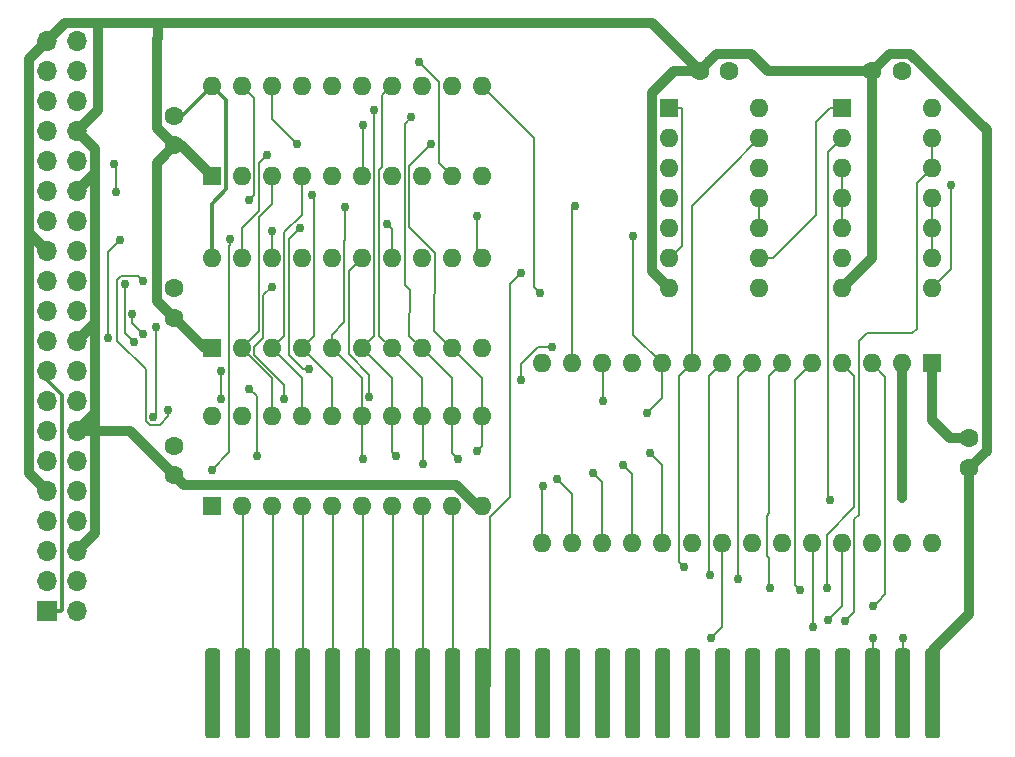
<source format=gbr>
G04 #@! TF.GenerationSoftware,KiCad,Pcbnew,(5.0.2)-1*
G04 #@! TF.CreationDate,2020-12-13T22:30:25-05:00*
G04 #@! TF.ProjectId,Apple2IORPi,4170706c-6532-4494-9f52-50692e6b6963,0.2*
G04 #@! TF.SameCoordinates,Original*
G04 #@! TF.FileFunction,Copper,L2,Bot*
G04 #@! TF.FilePolarity,Positive*
%FSLAX46Y46*%
G04 Gerber Fmt 4.6, Leading zero omitted, Abs format (unit mm)*
G04 Created by KiCad (PCBNEW (5.0.2)-1) date 2020-12-13 22:30:25*
%MOMM*%
%LPD*%
G01*
G04 APERTURE LIST*
G04 #@! TA.AperFunction,ComponentPad*
%ADD10C,1.600000*%
G04 #@! TD*
G04 #@! TA.AperFunction,Conductor*
%ADD11C,0.100000*%
G04 #@! TD*
G04 #@! TA.AperFunction,ConnectorPad*
%ADD12C,1.270000*%
G04 #@! TD*
G04 #@! TA.AperFunction,ComponentPad*
%ADD13R,1.600000X1.600000*%
G04 #@! TD*
G04 #@! TA.AperFunction,ComponentPad*
%ADD14O,1.600000X1.600000*%
G04 #@! TD*
G04 #@! TA.AperFunction,ComponentPad*
%ADD15R,1.700000X1.700000*%
G04 #@! TD*
G04 #@! TA.AperFunction,ComponentPad*
%ADD16O,1.700000X1.700000*%
G04 #@! TD*
G04 #@! TA.AperFunction,ViaPad*
%ADD17C,0.762000*%
G04 #@! TD*
G04 #@! TA.AperFunction,Conductor*
%ADD18C,0.177800*%
G04 #@! TD*
G04 #@! TA.AperFunction,Conductor*
%ADD19C,0.812800*%
G04 #@! TD*
G04 #@! TA.AperFunction,Conductor*
%ADD20C,0.355600*%
G04 #@! TD*
G04 APERTURE END LIST*
D10*
G04 #@! TO.P,C6,2*
G04 #@! TO.N,Net-(C1-Pad2)*
X121285000Y-69175000D03*
G04 #@! TO.P,C6,1*
G04 #@! TO.N,Net-(C5-Pad1)*
X121285000Y-66675000D03*
G04 #@! TD*
G04 #@! TO.P,C5,1*
G04 #@! TO.N,Net-(C5-Pad1)*
X121285000Y-81280000D03*
G04 #@! TO.P,C5,2*
G04 #@! TO.N,Net-(C1-Pad2)*
X121285000Y-83780000D03*
G04 #@! TD*
G04 #@! TO.P,C1,2*
G04 #@! TO.N,Net-(C1-Pad2)*
X121285000Y-97115000D03*
G04 #@! TO.P,C1,1*
G04 #@! TO.N,Net-(C1-Pad1)*
X121285000Y-94615000D03*
G04 #@! TD*
D11*
G04 #@! TO.N,Net-(J0-Pad50)*
G04 #@! TO.C,J0*
G36*
X124883621Y-111761529D02*
X124914442Y-111766101D01*
X124944666Y-111773671D01*
X124974003Y-111784168D01*
X125002169Y-111797490D01*
X125028895Y-111813508D01*
X125053921Y-111832069D01*
X125077007Y-111852994D01*
X125097932Y-111876080D01*
X125116493Y-111901106D01*
X125132511Y-111927832D01*
X125145833Y-111955998D01*
X125156330Y-111985335D01*
X125163900Y-112015559D01*
X125168472Y-112046380D01*
X125170001Y-112077500D01*
X125170001Y-119062500D01*
X125168472Y-119093620D01*
X125163900Y-119124441D01*
X125156330Y-119154665D01*
X125145833Y-119184002D01*
X125132511Y-119212168D01*
X125116493Y-119238894D01*
X125097932Y-119263920D01*
X125077007Y-119287006D01*
X125053921Y-119307931D01*
X125028895Y-119326492D01*
X125002169Y-119342510D01*
X124974003Y-119355832D01*
X124944666Y-119366329D01*
X124914442Y-119373899D01*
X124883621Y-119378471D01*
X124852501Y-119380000D01*
X124217501Y-119380000D01*
X124186381Y-119378471D01*
X124155560Y-119373899D01*
X124125336Y-119366329D01*
X124095999Y-119355832D01*
X124067833Y-119342510D01*
X124041107Y-119326492D01*
X124016081Y-119307931D01*
X123992995Y-119287006D01*
X123972070Y-119263920D01*
X123953509Y-119238894D01*
X123937491Y-119212168D01*
X123924169Y-119184002D01*
X123913672Y-119154665D01*
X123906102Y-119124441D01*
X123901530Y-119093620D01*
X123900001Y-119062500D01*
X123900001Y-112077500D01*
X123901530Y-112046380D01*
X123906102Y-112015559D01*
X123913672Y-111985335D01*
X123924169Y-111955998D01*
X123937491Y-111927832D01*
X123953509Y-111901106D01*
X123972070Y-111876080D01*
X123992995Y-111852994D01*
X124016081Y-111832069D01*
X124041107Y-111813508D01*
X124067833Y-111797490D01*
X124095999Y-111784168D01*
X124125336Y-111773671D01*
X124155560Y-111766101D01*
X124186381Y-111761529D01*
X124217501Y-111760000D01*
X124852501Y-111760000D01*
X124883621Y-111761529D01*
X124883621Y-111761529D01*
G37*
D12*
G04 #@! TD*
G04 #@! TO.P,J0,50*
G04 #@! TO.N,Net-(J0-Pad50)*
X124535001Y-115570000D03*
D11*
G04 #@! TO.N,Net-(J0-Pad49)*
G04 #@! TO.C,J0*
G36*
X127423621Y-111761529D02*
X127454442Y-111766101D01*
X127484666Y-111773671D01*
X127514003Y-111784168D01*
X127542169Y-111797490D01*
X127568895Y-111813508D01*
X127593921Y-111832069D01*
X127617007Y-111852994D01*
X127637932Y-111876080D01*
X127656493Y-111901106D01*
X127672511Y-111927832D01*
X127685833Y-111955998D01*
X127696330Y-111985335D01*
X127703900Y-112015559D01*
X127708472Y-112046380D01*
X127710001Y-112077500D01*
X127710001Y-119062500D01*
X127708472Y-119093620D01*
X127703900Y-119124441D01*
X127696330Y-119154665D01*
X127685833Y-119184002D01*
X127672511Y-119212168D01*
X127656493Y-119238894D01*
X127637932Y-119263920D01*
X127617007Y-119287006D01*
X127593921Y-119307931D01*
X127568895Y-119326492D01*
X127542169Y-119342510D01*
X127514003Y-119355832D01*
X127484666Y-119366329D01*
X127454442Y-119373899D01*
X127423621Y-119378471D01*
X127392501Y-119380000D01*
X126757501Y-119380000D01*
X126726381Y-119378471D01*
X126695560Y-119373899D01*
X126665336Y-119366329D01*
X126635999Y-119355832D01*
X126607833Y-119342510D01*
X126581107Y-119326492D01*
X126556081Y-119307931D01*
X126532995Y-119287006D01*
X126512070Y-119263920D01*
X126493509Y-119238894D01*
X126477491Y-119212168D01*
X126464169Y-119184002D01*
X126453672Y-119154665D01*
X126446102Y-119124441D01*
X126441530Y-119093620D01*
X126440001Y-119062500D01*
X126440001Y-112077500D01*
X126441530Y-112046380D01*
X126446102Y-112015559D01*
X126453672Y-111985335D01*
X126464169Y-111955998D01*
X126477491Y-111927832D01*
X126493509Y-111901106D01*
X126512070Y-111876080D01*
X126532995Y-111852994D01*
X126556081Y-111832069D01*
X126581107Y-111813508D01*
X126607833Y-111797490D01*
X126635999Y-111784168D01*
X126665336Y-111773671D01*
X126695560Y-111766101D01*
X126726381Y-111761529D01*
X126757501Y-111760000D01*
X127392501Y-111760000D01*
X127423621Y-111761529D01*
X127423621Y-111761529D01*
G37*
D12*
G04 #@! TD*
G04 #@! TO.P,J0,49*
G04 #@! TO.N,Net-(J0-Pad49)*
X127075001Y-115570000D03*
D11*
G04 #@! TO.N,Net-(J0-Pad48)*
G04 #@! TO.C,J0*
G36*
X129963621Y-111761529D02*
X129994442Y-111766101D01*
X130024666Y-111773671D01*
X130054003Y-111784168D01*
X130082169Y-111797490D01*
X130108895Y-111813508D01*
X130133921Y-111832069D01*
X130157007Y-111852994D01*
X130177932Y-111876080D01*
X130196493Y-111901106D01*
X130212511Y-111927832D01*
X130225833Y-111955998D01*
X130236330Y-111985335D01*
X130243900Y-112015559D01*
X130248472Y-112046380D01*
X130250001Y-112077500D01*
X130250001Y-119062500D01*
X130248472Y-119093620D01*
X130243900Y-119124441D01*
X130236330Y-119154665D01*
X130225833Y-119184002D01*
X130212511Y-119212168D01*
X130196493Y-119238894D01*
X130177932Y-119263920D01*
X130157007Y-119287006D01*
X130133921Y-119307931D01*
X130108895Y-119326492D01*
X130082169Y-119342510D01*
X130054003Y-119355832D01*
X130024666Y-119366329D01*
X129994442Y-119373899D01*
X129963621Y-119378471D01*
X129932501Y-119380000D01*
X129297501Y-119380000D01*
X129266381Y-119378471D01*
X129235560Y-119373899D01*
X129205336Y-119366329D01*
X129175999Y-119355832D01*
X129147833Y-119342510D01*
X129121107Y-119326492D01*
X129096081Y-119307931D01*
X129072995Y-119287006D01*
X129052070Y-119263920D01*
X129033509Y-119238894D01*
X129017491Y-119212168D01*
X129004169Y-119184002D01*
X128993672Y-119154665D01*
X128986102Y-119124441D01*
X128981530Y-119093620D01*
X128980001Y-119062500D01*
X128980001Y-112077500D01*
X128981530Y-112046380D01*
X128986102Y-112015559D01*
X128993672Y-111985335D01*
X129004169Y-111955998D01*
X129017491Y-111927832D01*
X129033509Y-111901106D01*
X129052070Y-111876080D01*
X129072995Y-111852994D01*
X129096081Y-111832069D01*
X129121107Y-111813508D01*
X129147833Y-111797490D01*
X129175999Y-111784168D01*
X129205336Y-111773671D01*
X129235560Y-111766101D01*
X129266381Y-111761529D01*
X129297501Y-111760000D01*
X129932501Y-111760000D01*
X129963621Y-111761529D01*
X129963621Y-111761529D01*
G37*
D12*
G04 #@! TD*
G04 #@! TO.P,J0,48*
G04 #@! TO.N,Net-(J0-Pad48)*
X129615001Y-115570000D03*
D11*
G04 #@! TO.N,Net-(J0-Pad47)*
G04 #@! TO.C,J0*
G36*
X132503621Y-111761529D02*
X132534442Y-111766101D01*
X132564666Y-111773671D01*
X132594003Y-111784168D01*
X132622169Y-111797490D01*
X132648895Y-111813508D01*
X132673921Y-111832069D01*
X132697007Y-111852994D01*
X132717932Y-111876080D01*
X132736493Y-111901106D01*
X132752511Y-111927832D01*
X132765833Y-111955998D01*
X132776330Y-111985335D01*
X132783900Y-112015559D01*
X132788472Y-112046380D01*
X132790001Y-112077500D01*
X132790001Y-119062500D01*
X132788472Y-119093620D01*
X132783900Y-119124441D01*
X132776330Y-119154665D01*
X132765833Y-119184002D01*
X132752511Y-119212168D01*
X132736493Y-119238894D01*
X132717932Y-119263920D01*
X132697007Y-119287006D01*
X132673921Y-119307931D01*
X132648895Y-119326492D01*
X132622169Y-119342510D01*
X132594003Y-119355832D01*
X132564666Y-119366329D01*
X132534442Y-119373899D01*
X132503621Y-119378471D01*
X132472501Y-119380000D01*
X131837501Y-119380000D01*
X131806381Y-119378471D01*
X131775560Y-119373899D01*
X131745336Y-119366329D01*
X131715999Y-119355832D01*
X131687833Y-119342510D01*
X131661107Y-119326492D01*
X131636081Y-119307931D01*
X131612995Y-119287006D01*
X131592070Y-119263920D01*
X131573509Y-119238894D01*
X131557491Y-119212168D01*
X131544169Y-119184002D01*
X131533672Y-119154665D01*
X131526102Y-119124441D01*
X131521530Y-119093620D01*
X131520001Y-119062500D01*
X131520001Y-112077500D01*
X131521530Y-112046380D01*
X131526102Y-112015559D01*
X131533672Y-111985335D01*
X131544169Y-111955998D01*
X131557491Y-111927832D01*
X131573509Y-111901106D01*
X131592070Y-111876080D01*
X131612995Y-111852994D01*
X131636081Y-111832069D01*
X131661107Y-111813508D01*
X131687833Y-111797490D01*
X131715999Y-111784168D01*
X131745336Y-111773671D01*
X131775560Y-111766101D01*
X131806381Y-111761529D01*
X131837501Y-111760000D01*
X132472501Y-111760000D01*
X132503621Y-111761529D01*
X132503621Y-111761529D01*
G37*
D12*
G04 #@! TD*
G04 #@! TO.P,J0,47*
G04 #@! TO.N,Net-(J0-Pad47)*
X132155001Y-115570000D03*
D11*
G04 #@! TO.N,Net-(J0-Pad46)*
G04 #@! TO.C,J0*
G36*
X135043621Y-111761529D02*
X135074442Y-111766101D01*
X135104666Y-111773671D01*
X135134003Y-111784168D01*
X135162169Y-111797490D01*
X135188895Y-111813508D01*
X135213921Y-111832069D01*
X135237007Y-111852994D01*
X135257932Y-111876080D01*
X135276493Y-111901106D01*
X135292511Y-111927832D01*
X135305833Y-111955998D01*
X135316330Y-111985335D01*
X135323900Y-112015559D01*
X135328472Y-112046380D01*
X135330001Y-112077500D01*
X135330001Y-119062500D01*
X135328472Y-119093620D01*
X135323900Y-119124441D01*
X135316330Y-119154665D01*
X135305833Y-119184002D01*
X135292511Y-119212168D01*
X135276493Y-119238894D01*
X135257932Y-119263920D01*
X135237007Y-119287006D01*
X135213921Y-119307931D01*
X135188895Y-119326492D01*
X135162169Y-119342510D01*
X135134003Y-119355832D01*
X135104666Y-119366329D01*
X135074442Y-119373899D01*
X135043621Y-119378471D01*
X135012501Y-119380000D01*
X134377501Y-119380000D01*
X134346381Y-119378471D01*
X134315560Y-119373899D01*
X134285336Y-119366329D01*
X134255999Y-119355832D01*
X134227833Y-119342510D01*
X134201107Y-119326492D01*
X134176081Y-119307931D01*
X134152995Y-119287006D01*
X134132070Y-119263920D01*
X134113509Y-119238894D01*
X134097491Y-119212168D01*
X134084169Y-119184002D01*
X134073672Y-119154665D01*
X134066102Y-119124441D01*
X134061530Y-119093620D01*
X134060001Y-119062500D01*
X134060001Y-112077500D01*
X134061530Y-112046380D01*
X134066102Y-112015559D01*
X134073672Y-111985335D01*
X134084169Y-111955998D01*
X134097491Y-111927832D01*
X134113509Y-111901106D01*
X134132070Y-111876080D01*
X134152995Y-111852994D01*
X134176081Y-111832069D01*
X134201107Y-111813508D01*
X134227833Y-111797490D01*
X134255999Y-111784168D01*
X134285336Y-111773671D01*
X134315560Y-111766101D01*
X134346381Y-111761529D01*
X134377501Y-111760000D01*
X135012501Y-111760000D01*
X135043621Y-111761529D01*
X135043621Y-111761529D01*
G37*
D12*
G04 #@! TD*
G04 #@! TO.P,J0,46*
G04 #@! TO.N,Net-(J0-Pad46)*
X134695001Y-115570000D03*
D11*
G04 #@! TO.N,Net-(J0-Pad45)*
G04 #@! TO.C,J0*
G36*
X137583621Y-111761529D02*
X137614442Y-111766101D01*
X137644666Y-111773671D01*
X137674003Y-111784168D01*
X137702169Y-111797490D01*
X137728895Y-111813508D01*
X137753921Y-111832069D01*
X137777007Y-111852994D01*
X137797932Y-111876080D01*
X137816493Y-111901106D01*
X137832511Y-111927832D01*
X137845833Y-111955998D01*
X137856330Y-111985335D01*
X137863900Y-112015559D01*
X137868472Y-112046380D01*
X137870001Y-112077500D01*
X137870001Y-119062500D01*
X137868472Y-119093620D01*
X137863900Y-119124441D01*
X137856330Y-119154665D01*
X137845833Y-119184002D01*
X137832511Y-119212168D01*
X137816493Y-119238894D01*
X137797932Y-119263920D01*
X137777007Y-119287006D01*
X137753921Y-119307931D01*
X137728895Y-119326492D01*
X137702169Y-119342510D01*
X137674003Y-119355832D01*
X137644666Y-119366329D01*
X137614442Y-119373899D01*
X137583621Y-119378471D01*
X137552501Y-119380000D01*
X136917501Y-119380000D01*
X136886381Y-119378471D01*
X136855560Y-119373899D01*
X136825336Y-119366329D01*
X136795999Y-119355832D01*
X136767833Y-119342510D01*
X136741107Y-119326492D01*
X136716081Y-119307931D01*
X136692995Y-119287006D01*
X136672070Y-119263920D01*
X136653509Y-119238894D01*
X136637491Y-119212168D01*
X136624169Y-119184002D01*
X136613672Y-119154665D01*
X136606102Y-119124441D01*
X136601530Y-119093620D01*
X136600001Y-119062500D01*
X136600001Y-112077500D01*
X136601530Y-112046380D01*
X136606102Y-112015559D01*
X136613672Y-111985335D01*
X136624169Y-111955998D01*
X136637491Y-111927832D01*
X136653509Y-111901106D01*
X136672070Y-111876080D01*
X136692995Y-111852994D01*
X136716081Y-111832069D01*
X136741107Y-111813508D01*
X136767833Y-111797490D01*
X136795999Y-111784168D01*
X136825336Y-111773671D01*
X136855560Y-111766101D01*
X136886381Y-111761529D01*
X136917501Y-111760000D01*
X137552501Y-111760000D01*
X137583621Y-111761529D01*
X137583621Y-111761529D01*
G37*
D12*
G04 #@! TD*
G04 #@! TO.P,J0,45*
G04 #@! TO.N,Net-(J0-Pad45)*
X137235001Y-115570000D03*
D11*
G04 #@! TO.N,Net-(J0-Pad44)*
G04 #@! TO.C,J0*
G36*
X140123621Y-111761529D02*
X140154442Y-111766101D01*
X140184666Y-111773671D01*
X140214003Y-111784168D01*
X140242169Y-111797490D01*
X140268895Y-111813508D01*
X140293921Y-111832069D01*
X140317007Y-111852994D01*
X140337932Y-111876080D01*
X140356493Y-111901106D01*
X140372511Y-111927832D01*
X140385833Y-111955998D01*
X140396330Y-111985335D01*
X140403900Y-112015559D01*
X140408472Y-112046380D01*
X140410001Y-112077500D01*
X140410001Y-119062500D01*
X140408472Y-119093620D01*
X140403900Y-119124441D01*
X140396330Y-119154665D01*
X140385833Y-119184002D01*
X140372511Y-119212168D01*
X140356493Y-119238894D01*
X140337932Y-119263920D01*
X140317007Y-119287006D01*
X140293921Y-119307931D01*
X140268895Y-119326492D01*
X140242169Y-119342510D01*
X140214003Y-119355832D01*
X140184666Y-119366329D01*
X140154442Y-119373899D01*
X140123621Y-119378471D01*
X140092501Y-119380000D01*
X139457501Y-119380000D01*
X139426381Y-119378471D01*
X139395560Y-119373899D01*
X139365336Y-119366329D01*
X139335999Y-119355832D01*
X139307833Y-119342510D01*
X139281107Y-119326492D01*
X139256081Y-119307931D01*
X139232995Y-119287006D01*
X139212070Y-119263920D01*
X139193509Y-119238894D01*
X139177491Y-119212168D01*
X139164169Y-119184002D01*
X139153672Y-119154665D01*
X139146102Y-119124441D01*
X139141530Y-119093620D01*
X139140001Y-119062500D01*
X139140001Y-112077500D01*
X139141530Y-112046380D01*
X139146102Y-112015559D01*
X139153672Y-111985335D01*
X139164169Y-111955998D01*
X139177491Y-111927832D01*
X139193509Y-111901106D01*
X139212070Y-111876080D01*
X139232995Y-111852994D01*
X139256081Y-111832069D01*
X139281107Y-111813508D01*
X139307833Y-111797490D01*
X139335999Y-111784168D01*
X139365336Y-111773671D01*
X139395560Y-111766101D01*
X139426381Y-111761529D01*
X139457501Y-111760000D01*
X140092501Y-111760000D01*
X140123621Y-111761529D01*
X140123621Y-111761529D01*
G37*
D12*
G04 #@! TD*
G04 #@! TO.P,J0,44*
G04 #@! TO.N,Net-(J0-Pad44)*
X139775001Y-115570000D03*
D11*
G04 #@! TO.N,Net-(J0-Pad43)*
G04 #@! TO.C,J0*
G36*
X142663621Y-111761529D02*
X142694442Y-111766101D01*
X142724666Y-111773671D01*
X142754003Y-111784168D01*
X142782169Y-111797490D01*
X142808895Y-111813508D01*
X142833921Y-111832069D01*
X142857007Y-111852994D01*
X142877932Y-111876080D01*
X142896493Y-111901106D01*
X142912511Y-111927832D01*
X142925833Y-111955998D01*
X142936330Y-111985335D01*
X142943900Y-112015559D01*
X142948472Y-112046380D01*
X142950001Y-112077500D01*
X142950001Y-119062500D01*
X142948472Y-119093620D01*
X142943900Y-119124441D01*
X142936330Y-119154665D01*
X142925833Y-119184002D01*
X142912511Y-119212168D01*
X142896493Y-119238894D01*
X142877932Y-119263920D01*
X142857007Y-119287006D01*
X142833921Y-119307931D01*
X142808895Y-119326492D01*
X142782169Y-119342510D01*
X142754003Y-119355832D01*
X142724666Y-119366329D01*
X142694442Y-119373899D01*
X142663621Y-119378471D01*
X142632501Y-119380000D01*
X141997501Y-119380000D01*
X141966381Y-119378471D01*
X141935560Y-119373899D01*
X141905336Y-119366329D01*
X141875999Y-119355832D01*
X141847833Y-119342510D01*
X141821107Y-119326492D01*
X141796081Y-119307931D01*
X141772995Y-119287006D01*
X141752070Y-119263920D01*
X141733509Y-119238894D01*
X141717491Y-119212168D01*
X141704169Y-119184002D01*
X141693672Y-119154665D01*
X141686102Y-119124441D01*
X141681530Y-119093620D01*
X141680001Y-119062500D01*
X141680001Y-112077500D01*
X141681530Y-112046380D01*
X141686102Y-112015559D01*
X141693672Y-111985335D01*
X141704169Y-111955998D01*
X141717491Y-111927832D01*
X141733509Y-111901106D01*
X141752070Y-111876080D01*
X141772995Y-111852994D01*
X141796081Y-111832069D01*
X141821107Y-111813508D01*
X141847833Y-111797490D01*
X141875999Y-111784168D01*
X141905336Y-111773671D01*
X141935560Y-111766101D01*
X141966381Y-111761529D01*
X141997501Y-111760000D01*
X142632501Y-111760000D01*
X142663621Y-111761529D01*
X142663621Y-111761529D01*
G37*
D12*
G04 #@! TD*
G04 #@! TO.P,J0,43*
G04 #@! TO.N,Net-(J0-Pad43)*
X142315001Y-115570000D03*
D11*
G04 #@! TO.N,Net-(J0-Pad42)*
G04 #@! TO.C,J0*
G36*
X145203621Y-111761529D02*
X145234442Y-111766101D01*
X145264666Y-111773671D01*
X145294003Y-111784168D01*
X145322169Y-111797490D01*
X145348895Y-111813508D01*
X145373921Y-111832069D01*
X145397007Y-111852994D01*
X145417932Y-111876080D01*
X145436493Y-111901106D01*
X145452511Y-111927832D01*
X145465833Y-111955998D01*
X145476330Y-111985335D01*
X145483900Y-112015559D01*
X145488472Y-112046380D01*
X145490001Y-112077500D01*
X145490001Y-119062500D01*
X145488472Y-119093620D01*
X145483900Y-119124441D01*
X145476330Y-119154665D01*
X145465833Y-119184002D01*
X145452511Y-119212168D01*
X145436493Y-119238894D01*
X145417932Y-119263920D01*
X145397007Y-119287006D01*
X145373921Y-119307931D01*
X145348895Y-119326492D01*
X145322169Y-119342510D01*
X145294003Y-119355832D01*
X145264666Y-119366329D01*
X145234442Y-119373899D01*
X145203621Y-119378471D01*
X145172501Y-119380000D01*
X144537501Y-119380000D01*
X144506381Y-119378471D01*
X144475560Y-119373899D01*
X144445336Y-119366329D01*
X144415999Y-119355832D01*
X144387833Y-119342510D01*
X144361107Y-119326492D01*
X144336081Y-119307931D01*
X144312995Y-119287006D01*
X144292070Y-119263920D01*
X144273509Y-119238894D01*
X144257491Y-119212168D01*
X144244169Y-119184002D01*
X144233672Y-119154665D01*
X144226102Y-119124441D01*
X144221530Y-119093620D01*
X144220001Y-119062500D01*
X144220001Y-112077500D01*
X144221530Y-112046380D01*
X144226102Y-112015559D01*
X144233672Y-111985335D01*
X144244169Y-111955998D01*
X144257491Y-111927832D01*
X144273509Y-111901106D01*
X144292070Y-111876080D01*
X144312995Y-111852994D01*
X144336081Y-111832069D01*
X144361107Y-111813508D01*
X144387833Y-111797490D01*
X144415999Y-111784168D01*
X144445336Y-111773671D01*
X144475560Y-111766101D01*
X144506381Y-111761529D01*
X144537501Y-111760000D01*
X145172501Y-111760000D01*
X145203621Y-111761529D01*
X145203621Y-111761529D01*
G37*
D12*
G04 #@! TD*
G04 #@! TO.P,J0,42*
G04 #@! TO.N,Net-(J0-Pad42)*
X144855001Y-115570000D03*
D11*
G04 #@! TO.N,Net-(J0-Pad41)*
G04 #@! TO.C,J0*
G36*
X147743621Y-111761529D02*
X147774442Y-111766101D01*
X147804666Y-111773671D01*
X147834003Y-111784168D01*
X147862169Y-111797490D01*
X147888895Y-111813508D01*
X147913921Y-111832069D01*
X147937007Y-111852994D01*
X147957932Y-111876080D01*
X147976493Y-111901106D01*
X147992511Y-111927832D01*
X148005833Y-111955998D01*
X148016330Y-111985335D01*
X148023900Y-112015559D01*
X148028472Y-112046380D01*
X148030001Y-112077500D01*
X148030001Y-119062500D01*
X148028472Y-119093620D01*
X148023900Y-119124441D01*
X148016330Y-119154665D01*
X148005833Y-119184002D01*
X147992511Y-119212168D01*
X147976493Y-119238894D01*
X147957932Y-119263920D01*
X147937007Y-119287006D01*
X147913921Y-119307931D01*
X147888895Y-119326492D01*
X147862169Y-119342510D01*
X147834003Y-119355832D01*
X147804666Y-119366329D01*
X147774442Y-119373899D01*
X147743621Y-119378471D01*
X147712501Y-119380000D01*
X147077501Y-119380000D01*
X147046381Y-119378471D01*
X147015560Y-119373899D01*
X146985336Y-119366329D01*
X146955999Y-119355832D01*
X146927833Y-119342510D01*
X146901107Y-119326492D01*
X146876081Y-119307931D01*
X146852995Y-119287006D01*
X146832070Y-119263920D01*
X146813509Y-119238894D01*
X146797491Y-119212168D01*
X146784169Y-119184002D01*
X146773672Y-119154665D01*
X146766102Y-119124441D01*
X146761530Y-119093620D01*
X146760001Y-119062500D01*
X146760001Y-112077500D01*
X146761530Y-112046380D01*
X146766102Y-112015559D01*
X146773672Y-111985335D01*
X146784169Y-111955998D01*
X146797491Y-111927832D01*
X146813509Y-111901106D01*
X146832070Y-111876080D01*
X146852995Y-111852994D01*
X146876081Y-111832069D01*
X146901107Y-111813508D01*
X146927833Y-111797490D01*
X146955999Y-111784168D01*
X146985336Y-111773671D01*
X147015560Y-111766101D01*
X147046381Y-111761529D01*
X147077501Y-111760000D01*
X147712501Y-111760000D01*
X147743621Y-111761529D01*
X147743621Y-111761529D01*
G37*
D12*
G04 #@! TD*
G04 #@! TO.P,J0,41*
G04 #@! TO.N,Net-(J0-Pad41)*
X147395001Y-115570000D03*
D11*
G04 #@! TO.N,Net-(J0-Pad40)*
G04 #@! TO.C,J0*
G36*
X150283621Y-111761529D02*
X150314442Y-111766101D01*
X150344666Y-111773671D01*
X150374003Y-111784168D01*
X150402169Y-111797490D01*
X150428895Y-111813508D01*
X150453921Y-111832069D01*
X150477007Y-111852994D01*
X150497932Y-111876080D01*
X150516493Y-111901106D01*
X150532511Y-111927832D01*
X150545833Y-111955998D01*
X150556330Y-111985335D01*
X150563900Y-112015559D01*
X150568472Y-112046380D01*
X150570001Y-112077500D01*
X150570001Y-119062500D01*
X150568472Y-119093620D01*
X150563900Y-119124441D01*
X150556330Y-119154665D01*
X150545833Y-119184002D01*
X150532511Y-119212168D01*
X150516493Y-119238894D01*
X150497932Y-119263920D01*
X150477007Y-119287006D01*
X150453921Y-119307931D01*
X150428895Y-119326492D01*
X150402169Y-119342510D01*
X150374003Y-119355832D01*
X150344666Y-119366329D01*
X150314442Y-119373899D01*
X150283621Y-119378471D01*
X150252501Y-119380000D01*
X149617501Y-119380000D01*
X149586381Y-119378471D01*
X149555560Y-119373899D01*
X149525336Y-119366329D01*
X149495999Y-119355832D01*
X149467833Y-119342510D01*
X149441107Y-119326492D01*
X149416081Y-119307931D01*
X149392995Y-119287006D01*
X149372070Y-119263920D01*
X149353509Y-119238894D01*
X149337491Y-119212168D01*
X149324169Y-119184002D01*
X149313672Y-119154665D01*
X149306102Y-119124441D01*
X149301530Y-119093620D01*
X149300001Y-119062500D01*
X149300001Y-112077500D01*
X149301530Y-112046380D01*
X149306102Y-112015559D01*
X149313672Y-111985335D01*
X149324169Y-111955998D01*
X149337491Y-111927832D01*
X149353509Y-111901106D01*
X149372070Y-111876080D01*
X149392995Y-111852994D01*
X149416081Y-111832069D01*
X149441107Y-111813508D01*
X149467833Y-111797490D01*
X149495999Y-111784168D01*
X149525336Y-111773671D01*
X149555560Y-111766101D01*
X149586381Y-111761529D01*
X149617501Y-111760000D01*
X150252501Y-111760000D01*
X150283621Y-111761529D01*
X150283621Y-111761529D01*
G37*
D12*
G04 #@! TD*
G04 #@! TO.P,J0,40*
G04 #@! TO.N,Net-(J0-Pad40)*
X149935001Y-115570000D03*
D11*
G04 #@! TO.N,Net-(J0-Pad39)*
G04 #@! TO.C,J0*
G36*
X152823621Y-111761529D02*
X152854442Y-111766101D01*
X152884666Y-111773671D01*
X152914003Y-111784168D01*
X152942169Y-111797490D01*
X152968895Y-111813508D01*
X152993921Y-111832069D01*
X153017007Y-111852994D01*
X153037932Y-111876080D01*
X153056493Y-111901106D01*
X153072511Y-111927832D01*
X153085833Y-111955998D01*
X153096330Y-111985335D01*
X153103900Y-112015559D01*
X153108472Y-112046380D01*
X153110001Y-112077500D01*
X153110001Y-119062500D01*
X153108472Y-119093620D01*
X153103900Y-119124441D01*
X153096330Y-119154665D01*
X153085833Y-119184002D01*
X153072511Y-119212168D01*
X153056493Y-119238894D01*
X153037932Y-119263920D01*
X153017007Y-119287006D01*
X152993921Y-119307931D01*
X152968895Y-119326492D01*
X152942169Y-119342510D01*
X152914003Y-119355832D01*
X152884666Y-119366329D01*
X152854442Y-119373899D01*
X152823621Y-119378471D01*
X152792501Y-119380000D01*
X152157501Y-119380000D01*
X152126381Y-119378471D01*
X152095560Y-119373899D01*
X152065336Y-119366329D01*
X152035999Y-119355832D01*
X152007833Y-119342510D01*
X151981107Y-119326492D01*
X151956081Y-119307931D01*
X151932995Y-119287006D01*
X151912070Y-119263920D01*
X151893509Y-119238894D01*
X151877491Y-119212168D01*
X151864169Y-119184002D01*
X151853672Y-119154665D01*
X151846102Y-119124441D01*
X151841530Y-119093620D01*
X151840001Y-119062500D01*
X151840001Y-112077500D01*
X151841530Y-112046380D01*
X151846102Y-112015559D01*
X151853672Y-111985335D01*
X151864169Y-111955998D01*
X151877491Y-111927832D01*
X151893509Y-111901106D01*
X151912070Y-111876080D01*
X151932995Y-111852994D01*
X151956081Y-111832069D01*
X151981107Y-111813508D01*
X152007833Y-111797490D01*
X152035999Y-111784168D01*
X152065336Y-111773671D01*
X152095560Y-111766101D01*
X152126381Y-111761529D01*
X152157501Y-111760000D01*
X152792501Y-111760000D01*
X152823621Y-111761529D01*
X152823621Y-111761529D01*
G37*
D12*
G04 #@! TD*
G04 #@! TO.P,J0,39*
G04 #@! TO.N,Net-(J0-Pad39)*
X152475001Y-115570000D03*
D11*
G04 #@! TO.N,Net-(J0-Pad37)*
G04 #@! TO.C,J0*
G36*
X157903621Y-111761529D02*
X157934442Y-111766101D01*
X157964666Y-111773671D01*
X157994003Y-111784168D01*
X158022169Y-111797490D01*
X158048895Y-111813508D01*
X158073921Y-111832069D01*
X158097007Y-111852994D01*
X158117932Y-111876080D01*
X158136493Y-111901106D01*
X158152511Y-111927832D01*
X158165833Y-111955998D01*
X158176330Y-111985335D01*
X158183900Y-112015559D01*
X158188472Y-112046380D01*
X158190001Y-112077500D01*
X158190001Y-119062500D01*
X158188472Y-119093620D01*
X158183900Y-119124441D01*
X158176330Y-119154665D01*
X158165833Y-119184002D01*
X158152511Y-119212168D01*
X158136493Y-119238894D01*
X158117932Y-119263920D01*
X158097007Y-119287006D01*
X158073921Y-119307931D01*
X158048895Y-119326492D01*
X158022169Y-119342510D01*
X157994003Y-119355832D01*
X157964666Y-119366329D01*
X157934442Y-119373899D01*
X157903621Y-119378471D01*
X157872501Y-119380000D01*
X157237501Y-119380000D01*
X157206381Y-119378471D01*
X157175560Y-119373899D01*
X157145336Y-119366329D01*
X157115999Y-119355832D01*
X157087833Y-119342510D01*
X157061107Y-119326492D01*
X157036081Y-119307931D01*
X157012995Y-119287006D01*
X156992070Y-119263920D01*
X156973509Y-119238894D01*
X156957491Y-119212168D01*
X156944169Y-119184002D01*
X156933672Y-119154665D01*
X156926102Y-119124441D01*
X156921530Y-119093620D01*
X156920001Y-119062500D01*
X156920001Y-112077500D01*
X156921530Y-112046380D01*
X156926102Y-112015559D01*
X156933672Y-111985335D01*
X156944169Y-111955998D01*
X156957491Y-111927832D01*
X156973509Y-111901106D01*
X156992070Y-111876080D01*
X157012995Y-111852994D01*
X157036081Y-111832069D01*
X157061107Y-111813508D01*
X157087833Y-111797490D01*
X157115999Y-111784168D01*
X157145336Y-111773671D01*
X157175560Y-111766101D01*
X157206381Y-111761529D01*
X157237501Y-111760000D01*
X157872501Y-111760000D01*
X157903621Y-111761529D01*
X157903621Y-111761529D01*
G37*
D12*
G04 #@! TD*
G04 #@! TO.P,J0,37*
G04 #@! TO.N,Net-(J0-Pad37)*
X157555001Y-115570000D03*
D11*
G04 #@! TO.N,Net-(J0-Pad38)*
G04 #@! TO.C,J0*
G36*
X155363621Y-111761529D02*
X155394442Y-111766101D01*
X155424666Y-111773671D01*
X155454003Y-111784168D01*
X155482169Y-111797490D01*
X155508895Y-111813508D01*
X155533921Y-111832069D01*
X155557007Y-111852994D01*
X155577932Y-111876080D01*
X155596493Y-111901106D01*
X155612511Y-111927832D01*
X155625833Y-111955998D01*
X155636330Y-111985335D01*
X155643900Y-112015559D01*
X155648472Y-112046380D01*
X155650001Y-112077500D01*
X155650001Y-119062500D01*
X155648472Y-119093620D01*
X155643900Y-119124441D01*
X155636330Y-119154665D01*
X155625833Y-119184002D01*
X155612511Y-119212168D01*
X155596493Y-119238894D01*
X155577932Y-119263920D01*
X155557007Y-119287006D01*
X155533921Y-119307931D01*
X155508895Y-119326492D01*
X155482169Y-119342510D01*
X155454003Y-119355832D01*
X155424666Y-119366329D01*
X155394442Y-119373899D01*
X155363621Y-119378471D01*
X155332501Y-119380000D01*
X154697501Y-119380000D01*
X154666381Y-119378471D01*
X154635560Y-119373899D01*
X154605336Y-119366329D01*
X154575999Y-119355832D01*
X154547833Y-119342510D01*
X154521107Y-119326492D01*
X154496081Y-119307931D01*
X154472995Y-119287006D01*
X154452070Y-119263920D01*
X154433509Y-119238894D01*
X154417491Y-119212168D01*
X154404169Y-119184002D01*
X154393672Y-119154665D01*
X154386102Y-119124441D01*
X154381530Y-119093620D01*
X154380001Y-119062500D01*
X154380001Y-112077500D01*
X154381530Y-112046380D01*
X154386102Y-112015559D01*
X154393672Y-111985335D01*
X154404169Y-111955998D01*
X154417491Y-111927832D01*
X154433509Y-111901106D01*
X154452070Y-111876080D01*
X154472995Y-111852994D01*
X154496081Y-111832069D01*
X154521107Y-111813508D01*
X154547833Y-111797490D01*
X154575999Y-111784168D01*
X154605336Y-111773671D01*
X154635560Y-111766101D01*
X154666381Y-111761529D01*
X154697501Y-111760000D01*
X155332501Y-111760000D01*
X155363621Y-111761529D01*
X155363621Y-111761529D01*
G37*
D12*
G04 #@! TD*
G04 #@! TO.P,J0,38*
G04 #@! TO.N,Net-(J0-Pad38)*
X155015001Y-115570000D03*
D11*
G04 #@! TO.N,Net-(J0-Pad36)*
G04 #@! TO.C,J0*
G36*
X160443621Y-111761529D02*
X160474442Y-111766101D01*
X160504666Y-111773671D01*
X160534003Y-111784168D01*
X160562169Y-111797490D01*
X160588895Y-111813508D01*
X160613921Y-111832069D01*
X160637007Y-111852994D01*
X160657932Y-111876080D01*
X160676493Y-111901106D01*
X160692511Y-111927832D01*
X160705833Y-111955998D01*
X160716330Y-111985335D01*
X160723900Y-112015559D01*
X160728472Y-112046380D01*
X160730001Y-112077500D01*
X160730001Y-119062500D01*
X160728472Y-119093620D01*
X160723900Y-119124441D01*
X160716330Y-119154665D01*
X160705833Y-119184002D01*
X160692511Y-119212168D01*
X160676493Y-119238894D01*
X160657932Y-119263920D01*
X160637007Y-119287006D01*
X160613921Y-119307931D01*
X160588895Y-119326492D01*
X160562169Y-119342510D01*
X160534003Y-119355832D01*
X160504666Y-119366329D01*
X160474442Y-119373899D01*
X160443621Y-119378471D01*
X160412501Y-119380000D01*
X159777501Y-119380000D01*
X159746381Y-119378471D01*
X159715560Y-119373899D01*
X159685336Y-119366329D01*
X159655999Y-119355832D01*
X159627833Y-119342510D01*
X159601107Y-119326492D01*
X159576081Y-119307931D01*
X159552995Y-119287006D01*
X159532070Y-119263920D01*
X159513509Y-119238894D01*
X159497491Y-119212168D01*
X159484169Y-119184002D01*
X159473672Y-119154665D01*
X159466102Y-119124441D01*
X159461530Y-119093620D01*
X159460001Y-119062500D01*
X159460001Y-112077500D01*
X159461530Y-112046380D01*
X159466102Y-112015559D01*
X159473672Y-111985335D01*
X159484169Y-111955998D01*
X159497491Y-111927832D01*
X159513509Y-111901106D01*
X159532070Y-111876080D01*
X159552995Y-111852994D01*
X159576081Y-111832069D01*
X159601107Y-111813508D01*
X159627833Y-111797490D01*
X159655999Y-111784168D01*
X159685336Y-111773671D01*
X159715560Y-111766101D01*
X159746381Y-111761529D01*
X159777501Y-111760000D01*
X160412501Y-111760000D01*
X160443621Y-111761529D01*
X160443621Y-111761529D01*
G37*
D12*
G04 #@! TD*
G04 #@! TO.P,J0,36*
G04 #@! TO.N,Net-(J0-Pad36)*
X160095001Y-115570000D03*
D11*
G04 #@! TO.N,Net-(J0-Pad35)*
G04 #@! TO.C,J0*
G36*
X162983621Y-111761529D02*
X163014442Y-111766101D01*
X163044666Y-111773671D01*
X163074003Y-111784168D01*
X163102169Y-111797490D01*
X163128895Y-111813508D01*
X163153921Y-111832069D01*
X163177007Y-111852994D01*
X163197932Y-111876080D01*
X163216493Y-111901106D01*
X163232511Y-111927832D01*
X163245833Y-111955998D01*
X163256330Y-111985335D01*
X163263900Y-112015559D01*
X163268472Y-112046380D01*
X163270001Y-112077500D01*
X163270001Y-119062500D01*
X163268472Y-119093620D01*
X163263900Y-119124441D01*
X163256330Y-119154665D01*
X163245833Y-119184002D01*
X163232511Y-119212168D01*
X163216493Y-119238894D01*
X163197932Y-119263920D01*
X163177007Y-119287006D01*
X163153921Y-119307931D01*
X163128895Y-119326492D01*
X163102169Y-119342510D01*
X163074003Y-119355832D01*
X163044666Y-119366329D01*
X163014442Y-119373899D01*
X162983621Y-119378471D01*
X162952501Y-119380000D01*
X162317501Y-119380000D01*
X162286381Y-119378471D01*
X162255560Y-119373899D01*
X162225336Y-119366329D01*
X162195999Y-119355832D01*
X162167833Y-119342510D01*
X162141107Y-119326492D01*
X162116081Y-119307931D01*
X162092995Y-119287006D01*
X162072070Y-119263920D01*
X162053509Y-119238894D01*
X162037491Y-119212168D01*
X162024169Y-119184002D01*
X162013672Y-119154665D01*
X162006102Y-119124441D01*
X162001530Y-119093620D01*
X162000001Y-119062500D01*
X162000001Y-112077500D01*
X162001530Y-112046380D01*
X162006102Y-112015559D01*
X162013672Y-111985335D01*
X162024169Y-111955998D01*
X162037491Y-111927832D01*
X162053509Y-111901106D01*
X162072070Y-111876080D01*
X162092995Y-111852994D01*
X162116081Y-111832069D01*
X162141107Y-111813508D01*
X162167833Y-111797490D01*
X162195999Y-111784168D01*
X162225336Y-111773671D01*
X162255560Y-111766101D01*
X162286381Y-111761529D01*
X162317501Y-111760000D01*
X162952501Y-111760000D01*
X162983621Y-111761529D01*
X162983621Y-111761529D01*
G37*
D12*
G04 #@! TD*
G04 #@! TO.P,J0,35*
G04 #@! TO.N,Net-(J0-Pad35)*
X162635001Y-115570000D03*
D11*
G04 #@! TO.N,Net-(J0-Pad34)*
G04 #@! TO.C,J0*
G36*
X165523621Y-111761529D02*
X165554442Y-111766101D01*
X165584666Y-111773671D01*
X165614003Y-111784168D01*
X165642169Y-111797490D01*
X165668895Y-111813508D01*
X165693921Y-111832069D01*
X165717007Y-111852994D01*
X165737932Y-111876080D01*
X165756493Y-111901106D01*
X165772511Y-111927832D01*
X165785833Y-111955998D01*
X165796330Y-111985335D01*
X165803900Y-112015559D01*
X165808472Y-112046380D01*
X165810001Y-112077500D01*
X165810001Y-119062500D01*
X165808472Y-119093620D01*
X165803900Y-119124441D01*
X165796330Y-119154665D01*
X165785833Y-119184002D01*
X165772511Y-119212168D01*
X165756493Y-119238894D01*
X165737932Y-119263920D01*
X165717007Y-119287006D01*
X165693921Y-119307931D01*
X165668895Y-119326492D01*
X165642169Y-119342510D01*
X165614003Y-119355832D01*
X165584666Y-119366329D01*
X165554442Y-119373899D01*
X165523621Y-119378471D01*
X165492501Y-119380000D01*
X164857501Y-119380000D01*
X164826381Y-119378471D01*
X164795560Y-119373899D01*
X164765336Y-119366329D01*
X164735999Y-119355832D01*
X164707833Y-119342510D01*
X164681107Y-119326492D01*
X164656081Y-119307931D01*
X164632995Y-119287006D01*
X164612070Y-119263920D01*
X164593509Y-119238894D01*
X164577491Y-119212168D01*
X164564169Y-119184002D01*
X164553672Y-119154665D01*
X164546102Y-119124441D01*
X164541530Y-119093620D01*
X164540001Y-119062500D01*
X164540001Y-112077500D01*
X164541530Y-112046380D01*
X164546102Y-112015559D01*
X164553672Y-111985335D01*
X164564169Y-111955998D01*
X164577491Y-111927832D01*
X164593509Y-111901106D01*
X164612070Y-111876080D01*
X164632995Y-111852994D01*
X164656081Y-111832069D01*
X164681107Y-111813508D01*
X164707833Y-111797490D01*
X164735999Y-111784168D01*
X164765336Y-111773671D01*
X164795560Y-111766101D01*
X164826381Y-111761529D01*
X164857501Y-111760000D01*
X165492501Y-111760000D01*
X165523621Y-111761529D01*
X165523621Y-111761529D01*
G37*
D12*
G04 #@! TD*
G04 #@! TO.P,J0,34*
G04 #@! TO.N,Net-(J0-Pad34)*
X165175001Y-115570000D03*
D11*
G04 #@! TO.N,Net-(J0-Pad33)*
G04 #@! TO.C,J0*
G36*
X168063621Y-111761529D02*
X168094442Y-111766101D01*
X168124666Y-111773671D01*
X168154003Y-111784168D01*
X168182169Y-111797490D01*
X168208895Y-111813508D01*
X168233921Y-111832069D01*
X168257007Y-111852994D01*
X168277932Y-111876080D01*
X168296493Y-111901106D01*
X168312511Y-111927832D01*
X168325833Y-111955998D01*
X168336330Y-111985335D01*
X168343900Y-112015559D01*
X168348472Y-112046380D01*
X168350001Y-112077500D01*
X168350001Y-119062500D01*
X168348472Y-119093620D01*
X168343900Y-119124441D01*
X168336330Y-119154665D01*
X168325833Y-119184002D01*
X168312511Y-119212168D01*
X168296493Y-119238894D01*
X168277932Y-119263920D01*
X168257007Y-119287006D01*
X168233921Y-119307931D01*
X168208895Y-119326492D01*
X168182169Y-119342510D01*
X168154003Y-119355832D01*
X168124666Y-119366329D01*
X168094442Y-119373899D01*
X168063621Y-119378471D01*
X168032501Y-119380000D01*
X167397501Y-119380000D01*
X167366381Y-119378471D01*
X167335560Y-119373899D01*
X167305336Y-119366329D01*
X167275999Y-119355832D01*
X167247833Y-119342510D01*
X167221107Y-119326492D01*
X167196081Y-119307931D01*
X167172995Y-119287006D01*
X167152070Y-119263920D01*
X167133509Y-119238894D01*
X167117491Y-119212168D01*
X167104169Y-119184002D01*
X167093672Y-119154665D01*
X167086102Y-119124441D01*
X167081530Y-119093620D01*
X167080001Y-119062500D01*
X167080001Y-112077500D01*
X167081530Y-112046380D01*
X167086102Y-112015559D01*
X167093672Y-111985335D01*
X167104169Y-111955998D01*
X167117491Y-111927832D01*
X167133509Y-111901106D01*
X167152070Y-111876080D01*
X167172995Y-111852994D01*
X167196081Y-111832069D01*
X167221107Y-111813508D01*
X167247833Y-111797490D01*
X167275999Y-111784168D01*
X167305336Y-111773671D01*
X167335560Y-111766101D01*
X167366381Y-111761529D01*
X167397501Y-111760000D01*
X168032501Y-111760000D01*
X168063621Y-111761529D01*
X168063621Y-111761529D01*
G37*
D12*
G04 #@! TD*
G04 #@! TO.P,J0,33*
G04 #@! TO.N,Net-(J0-Pad33)*
X167715001Y-115570000D03*
D11*
G04 #@! TO.N,Net-(J0-Pad32)*
G04 #@! TO.C,J0*
G36*
X170603621Y-111761529D02*
X170634442Y-111766101D01*
X170664666Y-111773671D01*
X170694003Y-111784168D01*
X170722169Y-111797490D01*
X170748895Y-111813508D01*
X170773921Y-111832069D01*
X170797007Y-111852994D01*
X170817932Y-111876080D01*
X170836493Y-111901106D01*
X170852511Y-111927832D01*
X170865833Y-111955998D01*
X170876330Y-111985335D01*
X170883900Y-112015559D01*
X170888472Y-112046380D01*
X170890001Y-112077500D01*
X170890001Y-119062500D01*
X170888472Y-119093620D01*
X170883900Y-119124441D01*
X170876330Y-119154665D01*
X170865833Y-119184002D01*
X170852511Y-119212168D01*
X170836493Y-119238894D01*
X170817932Y-119263920D01*
X170797007Y-119287006D01*
X170773921Y-119307931D01*
X170748895Y-119326492D01*
X170722169Y-119342510D01*
X170694003Y-119355832D01*
X170664666Y-119366329D01*
X170634442Y-119373899D01*
X170603621Y-119378471D01*
X170572501Y-119380000D01*
X169937501Y-119380000D01*
X169906381Y-119378471D01*
X169875560Y-119373899D01*
X169845336Y-119366329D01*
X169815999Y-119355832D01*
X169787833Y-119342510D01*
X169761107Y-119326492D01*
X169736081Y-119307931D01*
X169712995Y-119287006D01*
X169692070Y-119263920D01*
X169673509Y-119238894D01*
X169657491Y-119212168D01*
X169644169Y-119184002D01*
X169633672Y-119154665D01*
X169626102Y-119124441D01*
X169621530Y-119093620D01*
X169620001Y-119062500D01*
X169620001Y-112077500D01*
X169621530Y-112046380D01*
X169626102Y-112015559D01*
X169633672Y-111985335D01*
X169644169Y-111955998D01*
X169657491Y-111927832D01*
X169673509Y-111901106D01*
X169692070Y-111876080D01*
X169712995Y-111852994D01*
X169736081Y-111832069D01*
X169761107Y-111813508D01*
X169787833Y-111797490D01*
X169815999Y-111784168D01*
X169845336Y-111773671D01*
X169875560Y-111766101D01*
X169906381Y-111761529D01*
X169937501Y-111760000D01*
X170572501Y-111760000D01*
X170603621Y-111761529D01*
X170603621Y-111761529D01*
G37*
D12*
G04 #@! TD*
G04 #@! TO.P,J0,32*
G04 #@! TO.N,Net-(J0-Pad32)*
X170255001Y-115570000D03*
D11*
G04 #@! TO.N,Net-(J0-Pad31)*
G04 #@! TO.C,J0*
G36*
X173143621Y-111761529D02*
X173174442Y-111766101D01*
X173204666Y-111773671D01*
X173234003Y-111784168D01*
X173262169Y-111797490D01*
X173288895Y-111813508D01*
X173313921Y-111832069D01*
X173337007Y-111852994D01*
X173357932Y-111876080D01*
X173376493Y-111901106D01*
X173392511Y-111927832D01*
X173405833Y-111955998D01*
X173416330Y-111985335D01*
X173423900Y-112015559D01*
X173428472Y-112046380D01*
X173430001Y-112077500D01*
X173430001Y-119062500D01*
X173428472Y-119093620D01*
X173423900Y-119124441D01*
X173416330Y-119154665D01*
X173405833Y-119184002D01*
X173392511Y-119212168D01*
X173376493Y-119238894D01*
X173357932Y-119263920D01*
X173337007Y-119287006D01*
X173313921Y-119307931D01*
X173288895Y-119326492D01*
X173262169Y-119342510D01*
X173234003Y-119355832D01*
X173204666Y-119366329D01*
X173174442Y-119373899D01*
X173143621Y-119378471D01*
X173112501Y-119380000D01*
X172477501Y-119380000D01*
X172446381Y-119378471D01*
X172415560Y-119373899D01*
X172385336Y-119366329D01*
X172355999Y-119355832D01*
X172327833Y-119342510D01*
X172301107Y-119326492D01*
X172276081Y-119307931D01*
X172252995Y-119287006D01*
X172232070Y-119263920D01*
X172213509Y-119238894D01*
X172197491Y-119212168D01*
X172184169Y-119184002D01*
X172173672Y-119154665D01*
X172166102Y-119124441D01*
X172161530Y-119093620D01*
X172160001Y-119062500D01*
X172160001Y-112077500D01*
X172161530Y-112046380D01*
X172166102Y-112015559D01*
X172173672Y-111985335D01*
X172184169Y-111955998D01*
X172197491Y-111927832D01*
X172213509Y-111901106D01*
X172232070Y-111876080D01*
X172252995Y-111852994D01*
X172276081Y-111832069D01*
X172301107Y-111813508D01*
X172327833Y-111797490D01*
X172355999Y-111784168D01*
X172385336Y-111773671D01*
X172415560Y-111766101D01*
X172446381Y-111761529D01*
X172477501Y-111760000D01*
X173112501Y-111760000D01*
X173143621Y-111761529D01*
X173143621Y-111761529D01*
G37*
D12*
G04 #@! TD*
G04 #@! TO.P,J0,31*
G04 #@! TO.N,Net-(J0-Pad31)*
X172795001Y-115570000D03*
D11*
G04 #@! TO.N,Net-(J0-Pad30)*
G04 #@! TO.C,J0*
G36*
X175683621Y-111761529D02*
X175714442Y-111766101D01*
X175744666Y-111773671D01*
X175774003Y-111784168D01*
X175802169Y-111797490D01*
X175828895Y-111813508D01*
X175853921Y-111832069D01*
X175877007Y-111852994D01*
X175897932Y-111876080D01*
X175916493Y-111901106D01*
X175932511Y-111927832D01*
X175945833Y-111955998D01*
X175956330Y-111985335D01*
X175963900Y-112015559D01*
X175968472Y-112046380D01*
X175970001Y-112077500D01*
X175970001Y-119062500D01*
X175968472Y-119093620D01*
X175963900Y-119124441D01*
X175956330Y-119154665D01*
X175945833Y-119184002D01*
X175932511Y-119212168D01*
X175916493Y-119238894D01*
X175897932Y-119263920D01*
X175877007Y-119287006D01*
X175853921Y-119307931D01*
X175828895Y-119326492D01*
X175802169Y-119342510D01*
X175774003Y-119355832D01*
X175744666Y-119366329D01*
X175714442Y-119373899D01*
X175683621Y-119378471D01*
X175652501Y-119380000D01*
X175017501Y-119380000D01*
X174986381Y-119378471D01*
X174955560Y-119373899D01*
X174925336Y-119366329D01*
X174895999Y-119355832D01*
X174867833Y-119342510D01*
X174841107Y-119326492D01*
X174816081Y-119307931D01*
X174792995Y-119287006D01*
X174772070Y-119263920D01*
X174753509Y-119238894D01*
X174737491Y-119212168D01*
X174724169Y-119184002D01*
X174713672Y-119154665D01*
X174706102Y-119124441D01*
X174701530Y-119093620D01*
X174700001Y-119062500D01*
X174700001Y-112077500D01*
X174701530Y-112046380D01*
X174706102Y-112015559D01*
X174713672Y-111985335D01*
X174724169Y-111955998D01*
X174737491Y-111927832D01*
X174753509Y-111901106D01*
X174772070Y-111876080D01*
X174792995Y-111852994D01*
X174816081Y-111832069D01*
X174841107Y-111813508D01*
X174867833Y-111797490D01*
X174895999Y-111784168D01*
X174925336Y-111773671D01*
X174955560Y-111766101D01*
X174986381Y-111761529D01*
X175017501Y-111760000D01*
X175652501Y-111760000D01*
X175683621Y-111761529D01*
X175683621Y-111761529D01*
G37*
D12*
G04 #@! TD*
G04 #@! TO.P,J0,30*
G04 #@! TO.N,Net-(J0-Pad30)*
X175335001Y-115570000D03*
D11*
G04 #@! TO.N,Net-(J0-Pad29)*
G04 #@! TO.C,J0*
G36*
X178223621Y-111761529D02*
X178254442Y-111766101D01*
X178284666Y-111773671D01*
X178314003Y-111784168D01*
X178342169Y-111797490D01*
X178368895Y-111813508D01*
X178393921Y-111832069D01*
X178417007Y-111852994D01*
X178437932Y-111876080D01*
X178456493Y-111901106D01*
X178472511Y-111927832D01*
X178485833Y-111955998D01*
X178496330Y-111985335D01*
X178503900Y-112015559D01*
X178508472Y-112046380D01*
X178510001Y-112077500D01*
X178510001Y-119062500D01*
X178508472Y-119093620D01*
X178503900Y-119124441D01*
X178496330Y-119154665D01*
X178485833Y-119184002D01*
X178472511Y-119212168D01*
X178456493Y-119238894D01*
X178437932Y-119263920D01*
X178417007Y-119287006D01*
X178393921Y-119307931D01*
X178368895Y-119326492D01*
X178342169Y-119342510D01*
X178314003Y-119355832D01*
X178284666Y-119366329D01*
X178254442Y-119373899D01*
X178223621Y-119378471D01*
X178192501Y-119380000D01*
X177557501Y-119380000D01*
X177526381Y-119378471D01*
X177495560Y-119373899D01*
X177465336Y-119366329D01*
X177435999Y-119355832D01*
X177407833Y-119342510D01*
X177381107Y-119326492D01*
X177356081Y-119307931D01*
X177332995Y-119287006D01*
X177312070Y-119263920D01*
X177293509Y-119238894D01*
X177277491Y-119212168D01*
X177264169Y-119184002D01*
X177253672Y-119154665D01*
X177246102Y-119124441D01*
X177241530Y-119093620D01*
X177240001Y-119062500D01*
X177240001Y-112077500D01*
X177241530Y-112046380D01*
X177246102Y-112015559D01*
X177253672Y-111985335D01*
X177264169Y-111955998D01*
X177277491Y-111927832D01*
X177293509Y-111901106D01*
X177312070Y-111876080D01*
X177332995Y-111852994D01*
X177356081Y-111832069D01*
X177381107Y-111813508D01*
X177407833Y-111797490D01*
X177435999Y-111784168D01*
X177465336Y-111773671D01*
X177495560Y-111766101D01*
X177526381Y-111761529D01*
X177557501Y-111760000D01*
X178192501Y-111760000D01*
X178223621Y-111761529D01*
X178223621Y-111761529D01*
G37*
D12*
G04 #@! TD*
G04 #@! TO.P,J0,29*
G04 #@! TO.N,Net-(J0-Pad29)*
X177875001Y-115570000D03*
D11*
G04 #@! TO.N,Net-(J0-Pad23)*
G04 #@! TO.C,J0*
G36*
X180763621Y-111761529D02*
X180794442Y-111766101D01*
X180824666Y-111773671D01*
X180854003Y-111784168D01*
X180882169Y-111797490D01*
X180908895Y-111813508D01*
X180933921Y-111832069D01*
X180957007Y-111852994D01*
X180977932Y-111876080D01*
X180996493Y-111901106D01*
X181012511Y-111927832D01*
X181025833Y-111955998D01*
X181036330Y-111985335D01*
X181043900Y-112015559D01*
X181048472Y-112046380D01*
X181050001Y-112077500D01*
X181050001Y-119062500D01*
X181048472Y-119093620D01*
X181043900Y-119124441D01*
X181036330Y-119154665D01*
X181025833Y-119184002D01*
X181012511Y-119212168D01*
X180996493Y-119238894D01*
X180977932Y-119263920D01*
X180957007Y-119287006D01*
X180933921Y-119307931D01*
X180908895Y-119326492D01*
X180882169Y-119342510D01*
X180854003Y-119355832D01*
X180824666Y-119366329D01*
X180794442Y-119373899D01*
X180763621Y-119378471D01*
X180732501Y-119380000D01*
X180097501Y-119380000D01*
X180066381Y-119378471D01*
X180035560Y-119373899D01*
X180005336Y-119366329D01*
X179975999Y-119355832D01*
X179947833Y-119342510D01*
X179921107Y-119326492D01*
X179896081Y-119307931D01*
X179872995Y-119287006D01*
X179852070Y-119263920D01*
X179833509Y-119238894D01*
X179817491Y-119212168D01*
X179804169Y-119184002D01*
X179793672Y-119154665D01*
X179786102Y-119124441D01*
X179781530Y-119093620D01*
X179780001Y-119062500D01*
X179780001Y-112077500D01*
X179781530Y-112046380D01*
X179786102Y-112015559D01*
X179793672Y-111985335D01*
X179804169Y-111955998D01*
X179817491Y-111927832D01*
X179833509Y-111901106D01*
X179852070Y-111876080D01*
X179872995Y-111852994D01*
X179896081Y-111832069D01*
X179921107Y-111813508D01*
X179947833Y-111797490D01*
X179975999Y-111784168D01*
X180005336Y-111773671D01*
X180035560Y-111766101D01*
X180066381Y-111761529D01*
X180097501Y-111760000D01*
X180732501Y-111760000D01*
X180763621Y-111761529D01*
X180763621Y-111761529D01*
G37*
D12*
G04 #@! TD*
G04 #@! TO.P,J0,28*
G04 #@! TO.N,Net-(J0-Pad23)*
X180415001Y-115570000D03*
D11*
G04 #@! TO.N,Net-(J0-Pad24)*
G04 #@! TO.C,J0*
G36*
X183303621Y-111761529D02*
X183334442Y-111766101D01*
X183364666Y-111773671D01*
X183394003Y-111784168D01*
X183422169Y-111797490D01*
X183448895Y-111813508D01*
X183473921Y-111832069D01*
X183497007Y-111852994D01*
X183517932Y-111876080D01*
X183536493Y-111901106D01*
X183552511Y-111927832D01*
X183565833Y-111955998D01*
X183576330Y-111985335D01*
X183583900Y-112015559D01*
X183588472Y-112046380D01*
X183590001Y-112077500D01*
X183590001Y-119062500D01*
X183588472Y-119093620D01*
X183583900Y-119124441D01*
X183576330Y-119154665D01*
X183565833Y-119184002D01*
X183552511Y-119212168D01*
X183536493Y-119238894D01*
X183517932Y-119263920D01*
X183497007Y-119287006D01*
X183473921Y-119307931D01*
X183448895Y-119326492D01*
X183422169Y-119342510D01*
X183394003Y-119355832D01*
X183364666Y-119366329D01*
X183334442Y-119373899D01*
X183303621Y-119378471D01*
X183272501Y-119380000D01*
X182637501Y-119380000D01*
X182606381Y-119378471D01*
X182575560Y-119373899D01*
X182545336Y-119366329D01*
X182515999Y-119355832D01*
X182487833Y-119342510D01*
X182461107Y-119326492D01*
X182436081Y-119307931D01*
X182412995Y-119287006D01*
X182392070Y-119263920D01*
X182373509Y-119238894D01*
X182357491Y-119212168D01*
X182344169Y-119184002D01*
X182333672Y-119154665D01*
X182326102Y-119124441D01*
X182321530Y-119093620D01*
X182320001Y-119062500D01*
X182320001Y-112077500D01*
X182321530Y-112046380D01*
X182326102Y-112015559D01*
X182333672Y-111985335D01*
X182344169Y-111955998D01*
X182357491Y-111927832D01*
X182373509Y-111901106D01*
X182392070Y-111876080D01*
X182412995Y-111852994D01*
X182436081Y-111832069D01*
X182461107Y-111813508D01*
X182487833Y-111797490D01*
X182515999Y-111784168D01*
X182545336Y-111773671D01*
X182575560Y-111766101D01*
X182606381Y-111761529D01*
X182637501Y-111760000D01*
X183272501Y-111760000D01*
X183303621Y-111761529D01*
X183303621Y-111761529D01*
G37*
D12*
G04 #@! TD*
G04 #@! TO.P,J0,27*
G04 #@! TO.N,Net-(J0-Pad24)*
X182955001Y-115570000D03*
D11*
G04 #@! TO.N,Net-(C1-Pad2)*
G04 #@! TO.C,J0*
G36*
X185843621Y-111761529D02*
X185874442Y-111766101D01*
X185904666Y-111773671D01*
X185934003Y-111784168D01*
X185962169Y-111797490D01*
X185988895Y-111813508D01*
X186013921Y-111832069D01*
X186037007Y-111852994D01*
X186057932Y-111876080D01*
X186076493Y-111901106D01*
X186092511Y-111927832D01*
X186105833Y-111955998D01*
X186116330Y-111985335D01*
X186123900Y-112015559D01*
X186128472Y-112046380D01*
X186130001Y-112077500D01*
X186130001Y-119062500D01*
X186128472Y-119093620D01*
X186123900Y-119124441D01*
X186116330Y-119154665D01*
X186105833Y-119184002D01*
X186092511Y-119212168D01*
X186076493Y-119238894D01*
X186057932Y-119263920D01*
X186037007Y-119287006D01*
X186013921Y-119307931D01*
X185988895Y-119326492D01*
X185962169Y-119342510D01*
X185934003Y-119355832D01*
X185904666Y-119366329D01*
X185874442Y-119373899D01*
X185843621Y-119378471D01*
X185812501Y-119380000D01*
X185177501Y-119380000D01*
X185146381Y-119378471D01*
X185115560Y-119373899D01*
X185085336Y-119366329D01*
X185055999Y-119355832D01*
X185027833Y-119342510D01*
X185001107Y-119326492D01*
X184976081Y-119307931D01*
X184952995Y-119287006D01*
X184932070Y-119263920D01*
X184913509Y-119238894D01*
X184897491Y-119212168D01*
X184884169Y-119184002D01*
X184873672Y-119154665D01*
X184866102Y-119124441D01*
X184861530Y-119093620D01*
X184860001Y-119062500D01*
X184860001Y-112077500D01*
X184861530Y-112046380D01*
X184866102Y-112015559D01*
X184873672Y-111985335D01*
X184884169Y-111955998D01*
X184897491Y-111927832D01*
X184913509Y-111901106D01*
X184932070Y-111876080D01*
X184952995Y-111852994D01*
X184976081Y-111832069D01*
X185001107Y-111813508D01*
X185027833Y-111797490D01*
X185055999Y-111784168D01*
X185085336Y-111773671D01*
X185115560Y-111766101D01*
X185146381Y-111761529D01*
X185177501Y-111760000D01*
X185812501Y-111760000D01*
X185843621Y-111761529D01*
X185843621Y-111761529D01*
G37*
D12*
G04 #@! TD*
G04 #@! TO.P,J0,26*
G04 #@! TO.N,Net-(C1-Pad2)*
X185495001Y-115570000D03*
D10*
G04 #@! TO.P,C4,2*
G04 #@! TO.N,Net-(C1-Pad2)*
X165775000Y-62865000D03*
G04 #@! TO.P,C4,1*
G04 #@! TO.N,Net-(C1-Pad1)*
X168275000Y-62865000D03*
G04 #@! TD*
D13*
G04 #@! TO.P,U3,1*
G04 #@! TO.N,Net-(U3-Pad1)*
X163195000Y-66040000D03*
D14*
G04 #@! TO.P,U3,8*
G04 #@! TO.N,Net-(U3-Pad8)*
X170815000Y-81280000D03*
G04 #@! TO.P,U3,2*
G04 #@! TO.N,Net-(J0-Pad41)*
X163195000Y-68580000D03*
G04 #@! TO.P,U3,9*
X170815000Y-78740000D03*
G04 #@! TO.P,U3,3*
G04 #@! TO.N,Net-(U3-Pad3)*
X163195000Y-71120000D03*
G04 #@! TO.P,U3,10*
G04 #@! TO.N,Net-(U3-Pad10)*
X170815000Y-76200000D03*
G04 #@! TO.P,U3,4*
G04 #@! TO.N,Net-(U0-Pad1)*
X163195000Y-73660000D03*
G04 #@! TO.P,U3,11*
G04 #@! TO.N,Net-(U3-Pad10)*
X170815000Y-73660000D03*
G04 #@! TO.P,U3,5*
G04 #@! TO.N,Net-(J0-Pad2)*
X163195000Y-76200000D03*
G04 #@! TO.P,U3,12*
G04 #@! TO.N,Net-(U2-Pad8)*
X170815000Y-71120000D03*
G04 #@! TO.P,U3,6*
G04 #@! TO.N,Net-(U3-Pad1)*
X163195000Y-78740000D03*
G04 #@! TO.P,U3,13*
G04 #@! TO.N,Net-(J0-Pad3)*
X170815000Y-68580000D03*
G04 #@! TO.P,U3,7*
G04 #@! TO.N,Net-(C1-Pad2)*
X163195000Y-81280000D03*
G04 #@! TO.P,U3,14*
G04 #@! TO.N,Net-(C1-Pad1)*
X170815000Y-66040000D03*
G04 #@! TD*
G04 #@! TO.P,U2,14*
G04 #@! TO.N,Net-(C1-Pad1)*
X185420000Y-66040000D03*
G04 #@! TO.P,U2,7*
G04 #@! TO.N,Net-(C1-Pad2)*
X177800000Y-81280000D03*
G04 #@! TO.P,U2,13*
G04 #@! TO.N,Net-(J0-Pad18)*
X185420000Y-68580000D03*
G04 #@! TO.P,U2,6*
G04 #@! TO.N,Net-(U0-Pad19)*
X177800000Y-78740000D03*
G04 #@! TO.P,U2,12*
G04 #@! TO.N,Net-(J0-Pad18)*
X185420000Y-71120000D03*
G04 #@! TO.P,U2,5*
G04 #@! TO.N,Net-(U2-Pad3)*
X177800000Y-76200000D03*
G04 #@! TO.P,U2,11*
G04 #@! TO.N,Net-(U0-Pad1)*
X185420000Y-73660000D03*
G04 #@! TO.P,U2,4*
G04 #@! TO.N,Net-(U2-Pad3)*
X177800000Y-73660000D03*
G04 #@! TO.P,U2,10*
G04 #@! TO.N,Net-(U0-Pad1)*
X185420000Y-76200000D03*
G04 #@! TO.P,U2,3*
G04 #@! TO.N,Net-(U2-Pad3)*
X177800000Y-71120000D03*
G04 #@! TO.P,U2,9*
G04 #@! TO.N,Net-(U0-Pad1)*
X185420000Y-78740000D03*
G04 #@! TO.P,U2,2*
G04 #@! TO.N,Net-(J0-Pad1)*
X177800000Y-68580000D03*
G04 #@! TO.P,U2,8*
G04 #@! TO.N,Net-(U2-Pad8)*
X185420000Y-81280000D03*
D13*
G04 #@! TO.P,U2,1*
G04 #@! TO.N,Net-(J0-Pad41)*
X177800000Y-66040000D03*
G04 #@! TD*
D10*
G04 #@! TO.P,C3,1*
G04 #@! TO.N,Net-(C1-Pad1)*
X182880000Y-62865000D03*
G04 #@! TO.P,C3,2*
G04 #@! TO.N,Net-(C1-Pad2)*
X180380000Y-62865000D03*
G04 #@! TD*
G04 #@! TO.P,C2,1*
G04 #@! TO.N,Net-(C1-Pad1)*
X188595000Y-93980000D03*
G04 #@! TO.P,C2,2*
G04 #@! TO.N,Net-(C1-Pad2)*
X188595000Y-96480000D03*
G04 #@! TD*
D15*
G04 #@! TO.P,J1,1*
G04 #@! TO.N,Net-(C5-Pad1)*
X110490000Y-108585000D03*
D16*
G04 #@! TO.P,J1,2*
G04 #@! TO.N,Net-(C1-Pad1)*
X113030000Y-108585000D03*
G04 #@! TO.P,J1,3*
G04 #@! TO.N,Net-(J1-Pad3)*
X110490000Y-106045000D03*
G04 #@! TO.P,J1,4*
G04 #@! TO.N,Net-(C1-Pad1)*
X113030000Y-106045000D03*
G04 #@! TO.P,J1,5*
G04 #@! TO.N,Net-(J1-Pad5)*
X110490000Y-103505000D03*
G04 #@! TO.P,J1,6*
G04 #@! TO.N,Net-(C1-Pad2)*
X113030000Y-103505000D03*
G04 #@! TO.P,J1,7*
G04 #@! TO.N,Net-(J1-Pad7)*
X110490000Y-100965000D03*
G04 #@! TO.P,J1,8*
G04 #@! TO.N,Net-(J1-Pad8)*
X113030000Y-100965000D03*
G04 #@! TO.P,J1,9*
G04 #@! TO.N,Net-(C1-Pad2)*
X110490000Y-98425000D03*
G04 #@! TO.P,J1,10*
G04 #@! TO.N,Net-(J1-Pad10)*
X113030000Y-98425000D03*
G04 #@! TO.P,J1,11*
G04 #@! TO.N,Net-(J1-Pad11)*
X110490000Y-95885000D03*
G04 #@! TO.P,J1,12*
G04 #@! TO.N,Net-(J1-Pad12)*
X113030000Y-95885000D03*
G04 #@! TO.P,J1,13*
G04 #@! TO.N,Net-(J1-Pad13)*
X110490000Y-93345000D03*
G04 #@! TO.P,J1,14*
G04 #@! TO.N,Net-(C1-Pad2)*
X113030000Y-93345000D03*
G04 #@! TO.P,J1,15*
G04 #@! TO.N,Net-(J1-Pad15)*
X110490000Y-90805000D03*
G04 #@! TO.P,J1,16*
G04 #@! TO.N,Net-(J1-Pad16)*
X113030000Y-90805000D03*
G04 #@! TO.P,J1,17*
G04 #@! TO.N,Net-(C5-Pad1)*
X110490000Y-88265000D03*
G04 #@! TO.P,J1,18*
G04 #@! TO.N,Net-(J1-Pad18)*
X113030000Y-88265000D03*
G04 #@! TO.P,J1,19*
G04 #@! TO.N,Net-(J1-Pad19)*
X110490000Y-85725000D03*
G04 #@! TO.P,J1,20*
G04 #@! TO.N,Net-(C1-Pad2)*
X113030000Y-85725000D03*
G04 #@! TO.P,J1,21*
G04 #@! TO.N,Net-(J1-Pad21)*
X110490000Y-83185000D03*
G04 #@! TO.P,J1,22*
G04 #@! TO.N,Net-(J1-Pad22)*
X113030000Y-83185000D03*
G04 #@! TO.P,J1,23*
G04 #@! TO.N,Net-(J1-Pad23)*
X110490000Y-80645000D03*
G04 #@! TO.P,J1,24*
G04 #@! TO.N,Net-(J1-Pad24)*
X113030000Y-80645000D03*
G04 #@! TO.P,J1,25*
G04 #@! TO.N,Net-(C1-Pad2)*
X110490000Y-78105000D03*
G04 #@! TO.P,J1,26*
G04 #@! TO.N,Net-(J1-Pad26)*
X113030000Y-78105000D03*
G04 #@! TO.P,J1,27*
G04 #@! TO.N,Net-(J1-Pad27)*
X110490000Y-75565000D03*
G04 #@! TO.P,J1,28*
G04 #@! TO.N,Net-(J1-Pad28)*
X113030000Y-75565000D03*
G04 #@! TO.P,J1,29*
G04 #@! TO.N,Net-(J1-Pad29)*
X110490000Y-73025000D03*
G04 #@! TO.P,J1,30*
G04 #@! TO.N,Net-(C1-Pad2)*
X113030000Y-73025000D03*
G04 #@! TO.P,J1,31*
G04 #@! TO.N,Net-(J1-Pad31)*
X110490000Y-70485000D03*
G04 #@! TO.P,J1,32*
G04 #@! TO.N,Net-(J1-Pad32)*
X113030000Y-70485000D03*
G04 #@! TO.P,J1,33*
G04 #@! TO.N,Net-(J1-Pad33)*
X110490000Y-67945000D03*
G04 #@! TO.P,J1,34*
G04 #@! TO.N,Net-(C1-Pad2)*
X113030000Y-67945000D03*
G04 #@! TO.P,J1,35*
G04 #@! TO.N,Net-(J1-Pad35)*
X110490000Y-65405000D03*
G04 #@! TO.P,J1,36*
G04 #@! TO.N,Net-(J1-Pad36)*
X113030000Y-65405000D03*
G04 #@! TO.P,J1,37*
G04 #@! TO.N,Net-(J1-Pad37)*
X110490000Y-62865000D03*
G04 #@! TO.P,J1,38*
G04 #@! TO.N,Net-(J1-Pad38)*
X113030000Y-62865000D03*
G04 #@! TO.P,J1,39*
G04 #@! TO.N,Net-(C1-Pad2)*
X110490000Y-60325000D03*
G04 #@! TO.P,J1,40*
G04 #@! TO.N,Net-(J1-Pad40)*
X113030000Y-60325000D03*
G04 #@! TD*
D13*
G04 #@! TO.P,U0,1*
G04 #@! TO.N,Net-(U0-Pad1)*
X124460000Y-99695000D03*
D14*
G04 #@! TO.P,U0,11*
G04 #@! TO.N,Net-(U0-Pad11)*
X147320000Y-92075000D03*
G04 #@! TO.P,U0,2*
G04 #@! TO.N,Net-(J0-Pad49)*
X127000000Y-99695000D03*
G04 #@! TO.P,U0,12*
G04 #@! TO.N,Net-(U0-Pad12)*
X144780000Y-92075000D03*
G04 #@! TO.P,U0,3*
G04 #@! TO.N,Net-(J0-Pad48)*
X129540000Y-99695000D03*
G04 #@! TO.P,U0,13*
G04 #@! TO.N,Net-(U0-Pad13)*
X142240000Y-92075000D03*
G04 #@! TO.P,U0,4*
G04 #@! TO.N,Net-(J0-Pad47)*
X132080000Y-99695000D03*
G04 #@! TO.P,U0,14*
G04 #@! TO.N,Net-(U0-Pad14)*
X139700000Y-92075000D03*
G04 #@! TO.P,U0,5*
G04 #@! TO.N,Net-(J0-Pad46)*
X134620000Y-99695000D03*
G04 #@! TO.P,U0,15*
G04 #@! TO.N,Net-(U0-Pad15)*
X137160000Y-92075000D03*
G04 #@! TO.P,U0,6*
G04 #@! TO.N,Net-(J0-Pad45)*
X137160000Y-99695000D03*
G04 #@! TO.P,U0,16*
G04 #@! TO.N,Net-(U0-Pad16)*
X134620000Y-92075000D03*
G04 #@! TO.P,U0,7*
G04 #@! TO.N,Net-(J0-Pad44)*
X139700000Y-99695000D03*
G04 #@! TO.P,U0,17*
G04 #@! TO.N,Net-(U0-Pad17)*
X132080000Y-92075000D03*
G04 #@! TO.P,U0,8*
G04 #@! TO.N,Net-(J0-Pad43)*
X142240000Y-99695000D03*
G04 #@! TO.P,U0,18*
G04 #@! TO.N,Net-(U0-Pad18)*
X129540000Y-92075000D03*
G04 #@! TO.P,U0,9*
G04 #@! TO.N,Net-(J0-Pad42)*
X144780000Y-99695000D03*
G04 #@! TO.P,U0,19*
G04 #@! TO.N,Net-(U0-Pad19)*
X127000000Y-92075000D03*
G04 #@! TO.P,U0,10*
G04 #@! TO.N,Net-(C1-Pad2)*
X147320000Y-99695000D03*
G04 #@! TO.P,U0,20*
G04 #@! TO.N,Net-(C1-Pad1)*
X124460000Y-92075000D03*
G04 #@! TD*
D13*
G04 #@! TO.P,U1,1*
G04 #@! TO.N,Net-(C1-Pad1)*
X185420000Y-87630000D03*
D14*
G04 #@! TO.P,U1,15*
G04 #@! TO.N,Net-(U0-Pad15)*
X152400000Y-102870000D03*
G04 #@! TO.P,U1,2*
G04 #@! TO.N,Net-(C1-Pad2)*
X182880000Y-87630000D03*
G04 #@! TO.P,U1,16*
G04 #@! TO.N,Net-(U0-Pad14)*
X154940000Y-102870000D03*
G04 #@! TO.P,U1,3*
G04 #@! TO.N,Net-(J0-Pad9)*
X180340000Y-87630000D03*
G04 #@! TO.P,U1,17*
G04 #@! TO.N,Net-(U0-Pad13)*
X157480000Y-102870000D03*
G04 #@! TO.P,U1,4*
G04 #@! TO.N,Net-(J0-Pad8)*
X177800000Y-87630000D03*
G04 #@! TO.P,U1,18*
G04 #@! TO.N,Net-(U0-Pad12)*
X160020000Y-102870000D03*
G04 #@! TO.P,U1,5*
G04 #@! TO.N,Net-(J0-Pad7)*
X175260000Y-87630000D03*
G04 #@! TO.P,U1,19*
G04 #@! TO.N,Net-(U0-Pad11)*
X162560000Y-102870000D03*
G04 #@! TO.P,U1,6*
G04 #@! TO.N,Net-(J0-Pad6)*
X172720000Y-87630000D03*
G04 #@! TO.P,U1,20*
G04 #@! TO.N,Net-(J0-Pad1)*
X165100000Y-102870000D03*
G04 #@! TO.P,U1,7*
G04 #@! TO.N,Net-(J0-Pad5)*
X170180000Y-87630000D03*
G04 #@! TO.P,U1,21*
G04 #@! TO.N,Net-(J0-Pad12)*
X167640000Y-102870000D03*
G04 #@! TO.P,U1,8*
G04 #@! TO.N,Net-(J0-Pad4)*
X167640000Y-87630000D03*
G04 #@! TO.P,U1,22*
G04 #@! TO.N,Net-(J0-Pad1)*
X170180000Y-102870000D03*
G04 #@! TO.P,U1,9*
G04 #@! TO.N,Net-(J0-Pad3)*
X165100000Y-87630000D03*
G04 #@! TO.P,U1,23*
G04 #@! TO.N,Net-(C1-Pad2)*
X172720000Y-102870000D03*
G04 #@! TO.P,U1,10*
G04 #@! TO.N,Net-(J0-Pad2)*
X162560000Y-87630000D03*
G04 #@! TO.P,U1,24*
G04 #@! TO.N,Net-(J0-Pad11)*
X175260000Y-102870000D03*
G04 #@! TO.P,U1,11*
G04 #@! TO.N,Net-(U0-Pad18)*
X160020000Y-87630000D03*
G04 #@! TO.P,U1,25*
G04 #@! TO.N,Net-(J0-Pad10)*
X177800000Y-102870000D03*
G04 #@! TO.P,U1,12*
G04 #@! TO.N,Net-(U0-Pad17)*
X157480000Y-87630000D03*
G04 #@! TO.P,U1,26*
G04 #@! TO.N,Net-(C1-Pad1)*
X180340000Y-102870000D03*
G04 #@! TO.P,U1,13*
G04 #@! TO.N,Net-(U0-Pad16)*
X154940000Y-87630000D03*
G04 #@! TO.P,U1,27*
G04 #@! TO.N,Net-(C1-Pad1)*
X182880000Y-102870000D03*
G04 #@! TO.P,U1,14*
G04 #@! TO.N,Net-(C1-Pad2)*
X152400000Y-87630000D03*
G04 #@! TO.P,U1,28*
G04 #@! TO.N,Net-(C1-Pad1)*
X185420000Y-102870000D03*
G04 #@! TD*
G04 #@! TO.P,U4,20*
G04 #@! TO.N,Net-(C5-Pad1)*
X124460000Y-78740000D03*
G04 #@! TO.P,U4,10*
G04 #@! TO.N,Net-(C1-Pad2)*
X147320000Y-86360000D03*
G04 #@! TO.P,U4,19*
G04 #@! TO.N,Net-(U3-Pad3)*
X127000000Y-78740000D03*
G04 #@! TO.P,U4,9*
G04 #@! TO.N,Net-(U0-Pad11)*
X144780000Y-86360000D03*
G04 #@! TO.P,U4,18*
G04 #@! TO.N,Net-(J1-Pad7)*
X129540000Y-78740000D03*
G04 #@! TO.P,U4,8*
G04 #@! TO.N,Net-(U0-Pad12)*
X142240000Y-86360000D03*
G04 #@! TO.P,U4,17*
G04 #@! TO.N,Net-(J1-Pad11)*
X132080000Y-78740000D03*
G04 #@! TO.P,U4,7*
G04 #@! TO.N,Net-(U0-Pad13)*
X139700000Y-86360000D03*
G04 #@! TO.P,U4,16*
G04 #@! TO.N,Net-(J1-Pad13)*
X134620000Y-78740000D03*
G04 #@! TO.P,U4,6*
G04 #@! TO.N,Net-(U0-Pad14)*
X137160000Y-86360000D03*
G04 #@! TO.P,U4,15*
G04 #@! TO.N,Net-(J1-Pad15)*
X137160000Y-78740000D03*
G04 #@! TO.P,U4,5*
G04 #@! TO.N,Net-(U0-Pad15)*
X134620000Y-86360000D03*
G04 #@! TO.P,U4,14*
G04 #@! TO.N,Net-(J1-Pad19)*
X139700000Y-78740000D03*
G04 #@! TO.P,U4,4*
G04 #@! TO.N,Net-(U0-Pad16)*
X132080000Y-86360000D03*
G04 #@! TO.P,U4,13*
G04 #@! TO.N,Net-(J1-Pad21)*
X142240000Y-78740000D03*
G04 #@! TO.P,U4,3*
G04 #@! TO.N,Net-(U0-Pad17)*
X129540000Y-86360000D03*
G04 #@! TO.P,U4,12*
G04 #@! TO.N,Net-(J1-Pad23)*
X144780000Y-78740000D03*
G04 #@! TO.P,U4,2*
G04 #@! TO.N,Net-(U0-Pad18)*
X127000000Y-86360000D03*
G04 #@! TO.P,U4,11*
G04 #@! TO.N,Net-(J1-Pad29)*
X147320000Y-78740000D03*
D13*
G04 #@! TO.P,U4,1*
G04 #@! TO.N,Net-(C1-Pad2)*
X124460000Y-86360000D03*
G04 #@! TD*
G04 #@! TO.P,U5,1*
G04 #@! TO.N,Net-(C1-Pad2)*
X124460000Y-71755000D03*
D14*
G04 #@! TO.P,U5,11*
G04 #@! TO.N,Net-(U3-Pad8)*
X147320000Y-64135000D03*
G04 #@! TO.P,U5,2*
G04 #@! TO.N,Net-(J1-Pad31)*
X127000000Y-71755000D03*
G04 #@! TO.P,U5,12*
G04 #@! TO.N,Net-(J1-Pad40)*
X144780000Y-64135000D03*
G04 #@! TO.P,U5,3*
G04 #@! TO.N,Net-(U0-Pad18)*
X129540000Y-71755000D03*
G04 #@! TO.P,U5,13*
G04 #@! TO.N,Net-(U0-Pad14)*
X142240000Y-64135000D03*
G04 #@! TO.P,U5,4*
G04 #@! TO.N,Net-(U0-Pad17)*
X132080000Y-71755000D03*
G04 #@! TO.P,U5,14*
G04 #@! TO.N,Net-(U0-Pad13)*
X139700000Y-64135000D03*
G04 #@! TO.P,U5,5*
G04 #@! TO.N,Net-(J1-Pad33)*
X134620000Y-71755000D03*
G04 #@! TO.P,U5,15*
G04 #@! TO.N,Net-(J1-Pad38)*
X137160000Y-64135000D03*
G04 #@! TO.P,U5,6*
G04 #@! TO.N,Net-(J1-Pad35)*
X137160000Y-71755000D03*
G04 #@! TO.P,U5,16*
G04 #@! TO.N,Net-(J1-Pad36)*
X134620000Y-64135000D03*
G04 #@! TO.P,U5,7*
G04 #@! TO.N,Net-(U0-Pad16)*
X139700000Y-71755000D03*
G04 #@! TO.P,U5,17*
G04 #@! TO.N,Net-(U0-Pad12)*
X132080000Y-64135000D03*
G04 #@! TO.P,U5,8*
G04 #@! TO.N,Net-(U0-Pad15)*
X142240000Y-71755000D03*
G04 #@! TO.P,U5,18*
G04 #@! TO.N,Net-(U0-Pad11)*
X129540000Y-64135000D03*
G04 #@! TO.P,U5,9*
G04 #@! TO.N,Net-(J1-Pad37)*
X144780000Y-71755000D03*
G04 #@! TO.P,U5,19*
G04 #@! TO.N,Net-(J1-Pad32)*
X127000000Y-64135000D03*
G04 #@! TO.P,U5,10*
G04 #@! TO.N,Net-(C1-Pad2)*
X147320000Y-71755000D03*
G04 #@! TO.P,U5,20*
G04 #@! TO.N,Net-(C5-Pad1)*
X124460000Y-64135000D03*
G04 #@! TD*
D17*
G04 #@! TO.N,Net-(U0-Pad15)*
X135763000Y-74422000D03*
X152527000Y-98044000D03*
X137287000Y-95758000D03*
G04 #@! TO.N,Net-(U0-Pad14)*
X138176000Y-66167000D03*
X153670000Y-97409000D03*
X140081000Y-95504000D03*
G04 #@! TO.N,Net-(J0-Pad9)*
X180467000Y-108204000D03*
G04 #@! TO.N,Net-(U0-Pad13)*
X156718000Y-96901000D03*
X142367000Y-96139000D03*
G04 #@! TO.N,Net-(J0-Pad8)*
X176530000Y-106680000D03*
G04 #@! TO.N,Net-(U0-Pad12)*
X145288000Y-95758000D03*
X159258000Y-96266000D03*
X141351000Y-66802000D03*
G04 #@! TO.N,Net-(J0-Pad7)*
X174244000Y-106807000D03*
G04 #@! TO.N,Net-(U0-Pad11)*
X161544000Y-95250000D03*
X146939000Y-95021400D03*
X131699000Y-69088000D03*
X143002000Y-69088000D03*
G04 #@! TO.N,Net-(J0-Pad6)*
X171704000Y-106680000D03*
G04 #@! TO.N,Net-(J0-Pad1)*
X176784000Y-99187000D03*
G04 #@! TO.N,Net-(J0-Pad5)*
X169037000Y-105918000D03*
G04 #@! TO.N,Net-(J0-Pad12)*
X166751000Y-110871000D03*
G04 #@! TO.N,Net-(J0-Pad4)*
X166624000Y-105537000D03*
G04 #@! TO.N,Net-(J0-Pad3)*
X164465000Y-104889300D03*
G04 #@! TO.N,Net-(J0-Pad2)*
X160147000Y-76835000D03*
X127635000Y-89789000D03*
X128270000Y-95504000D03*
X161290000Y-91821000D03*
G04 #@! TO.N,Net-(J0-Pad11)*
X175387000Y-109982000D03*
G04 #@! TO.N,Net-(U0-Pad18)*
X153289000Y-86233000D03*
X150622000Y-89027000D03*
G04 #@! TO.N,Net-(J0-Pad10)*
X176657000Y-109347000D03*
G04 #@! TO.N,Net-(U0-Pad17)*
X157607000Y-90805000D03*
G04 #@! TO.N,Net-(U0-Pad16)*
X132969000Y-73406000D03*
X155194000Y-74295000D03*
G04 #@! TO.N,Net-(J0-Pad18)*
X178054000Y-109474000D03*
G04 #@! TO.N,Net-(J0-Pad23)*
X180415001Y-110871000D03*
G04 #@! TO.N,Net-(J0-Pad24)*
X182955001Y-110871000D03*
G04 #@! TO.N,Net-(J1-Pad7)*
X132715000Y-88125201D03*
X131953000Y-76200000D03*
X129540000Y-76441300D03*
X125222000Y-88265000D03*
X125222000Y-90678000D03*
G04 #@! TO.N,Net-(J1-Pad11)*
X120777000Y-91567000D03*
X118618000Y-80645000D03*
G04 #@! TO.N,Net-(J1-Pad13)*
X119761000Y-84582000D03*
X119507000Y-92202000D03*
G04 #@! TO.N,Net-(J1-Pad15)*
X137807700Y-90436700D03*
G04 #@! TO.N,Net-(J1-Pad19)*
X115697000Y-85471000D03*
X116713000Y-77216000D03*
X139280999Y-75831700D03*
G04 #@! TO.N,Net-(J1-Pad21)*
X118661874Y-85146078D03*
X117741700Y-83439000D03*
G04 #@! TO.N,Net-(J1-Pad23)*
X117856000Y-85852000D03*
X117094000Y-80899000D03*
G04 #@! TO.N,Net-(J1-Pad29)*
X146939000Y-75184000D03*
G04 #@! TO.N,Net-(J1-Pad32)*
X127635000Y-73787000D03*
X116332000Y-73152000D03*
X116205000Y-70739000D03*
G04 #@! TO.N,Net-(J1-Pad35)*
X137287000Y-67462401D03*
G04 #@! TO.N,Net-(J1-Pad37)*
X141986000Y-62103000D03*
G04 #@! TO.N,Net-(U0-Pad1)*
X125984000Y-77089000D03*
X124460000Y-96647000D03*
G04 #@! TO.N,Net-(U0-Pad19)*
X129540000Y-81153000D03*
X130556000Y-90678000D03*
G04 #@! TO.N,Net-(U2-Pad8)*
X187071000Y-72517000D03*
G04 #@! TO.N,Net-(J0-Pad41)*
X150622000Y-80010000D03*
G04 #@! TO.N,Net-(C1-Pad2)*
X182880000Y-99060000D03*
G04 #@! TO.N,Net-(U3-Pad3)*
X129159000Y-69964399D03*
G04 #@! TO.N,Net-(U3-Pad8)*
X152273000Y-81661000D03*
G04 #@! TD*
D18*
G04 #@! TO.N,Net-(U0-Pad15)*
X137160000Y-88900000D02*
X134620000Y-86360000D01*
X137160000Y-92075000D02*
X137160000Y-88900000D01*
X135686701Y-84161929D02*
X135686701Y-77266701D01*
X134620000Y-85228630D02*
X135686701Y-84161929D01*
X134620000Y-86360000D02*
X134620000Y-85228630D01*
X135763000Y-77190402D02*
X135763000Y-74422000D01*
X135686701Y-77266701D02*
X135763000Y-77190402D01*
X152400000Y-98171000D02*
X152527000Y-98044000D01*
X152400000Y-102870000D02*
X152400000Y-98171000D01*
X137287000Y-92202000D02*
X137160000Y-92075000D01*
X137160000Y-95631000D02*
X137287000Y-95758000D01*
X137160000Y-92075000D02*
X137160000Y-95631000D01*
G04 #@! TO.N,Net-(U0-Pad14)*
X139700000Y-88900000D02*
X137160000Y-86360000D01*
X139700000Y-92075000D02*
X139700000Y-88900000D01*
X138226701Y-85293299D02*
X138226701Y-66217701D01*
X137160000Y-86360000D02*
X138226701Y-85293299D01*
X138226701Y-66217701D02*
X138176000Y-66167000D01*
X154940000Y-98679000D02*
X153670000Y-97409000D01*
X154940000Y-102870000D02*
X154940000Y-98679000D01*
X139827000Y-92202000D02*
X139700000Y-92075000D01*
X139700000Y-95123000D02*
X140081000Y-95504000D01*
X139700000Y-92075000D02*
X139700000Y-95123000D01*
G04 #@! TO.N,Net-(J0-Pad9)*
X181482901Y-107188099D02*
X180949600Y-107721400D01*
X181482901Y-88772901D02*
X181482901Y-107188099D01*
X180340000Y-87630000D02*
X181482901Y-88772901D01*
X181406701Y-107264299D02*
X180949600Y-107721400D01*
X180949600Y-107721400D02*
X180467000Y-108204000D01*
G04 #@! TO.N,Net-(U0-Pad13)*
X142240000Y-88900000D02*
X139700000Y-86360000D01*
X142240000Y-92075000D02*
X142240000Y-88900000D01*
X157480000Y-97663000D02*
X156718000Y-96901000D01*
X157480000Y-102870000D02*
X157480000Y-97663000D01*
X142367000Y-92202000D02*
X142240000Y-92075000D01*
X142367000Y-96139000D02*
X142367000Y-92202000D01*
X138900001Y-64934999D02*
X139700000Y-64135000D01*
X138900001Y-70976281D02*
X138900001Y-64934999D01*
X138633299Y-71242983D02*
X138900001Y-70976281D01*
X138633299Y-85293299D02*
X138633299Y-71242983D01*
X139700000Y-86360000D02*
X138633299Y-85293299D01*
G04 #@! TO.N,Net-(J0-Pad8)*
X178866701Y-88696701D02*
X177800000Y-87630000D01*
X178866701Y-99822000D02*
X178866701Y-88696701D01*
X176530000Y-102158701D02*
X178866701Y-99822000D01*
X176530000Y-106680000D02*
X176530000Y-102158701D01*
G04 #@! TO.N,Net-(U0-Pad12)*
X144780000Y-88900000D02*
X142240000Y-86360000D01*
X144780000Y-92075000D02*
X144780000Y-88900000D01*
X144780000Y-95250000D02*
X145288000Y-95758000D01*
X144780000Y-92075000D02*
X144780000Y-95250000D01*
X160020000Y-97028000D02*
X160020000Y-102870000D01*
X159258000Y-96266000D02*
X160020000Y-97028000D01*
X142240000Y-86360000D02*
X141173299Y-85293299D01*
X141173299Y-66979701D02*
X141351000Y-66802000D01*
X132207000Y-64262000D02*
X132080000Y-64135000D01*
X140817689Y-81000689D02*
X141224000Y-81407000D01*
X140817689Y-67335311D02*
X140817689Y-81000689D01*
X141351000Y-66802000D02*
X140817689Y-67335311D01*
X141173299Y-85293299D02*
X141224000Y-81407000D01*
G04 #@! TO.N,Net-(J0-Pad7)*
X174460001Y-88429999D02*
X175260000Y-87630000D01*
X173863001Y-89026999D02*
X174460001Y-88429999D01*
X174244000Y-106807000D02*
X173863001Y-106426001D01*
X173863001Y-101600000D02*
X173863001Y-104140000D01*
X173863001Y-101600000D02*
X173863001Y-89026999D01*
X173863001Y-106426001D02*
X173863001Y-101600000D01*
G04 #@! TO.N,Net-(U0-Pad11)*
X147320000Y-88900000D02*
X144780000Y-86360000D01*
X147320000Y-92075000D02*
X147320000Y-88900000D01*
X162560000Y-96266000D02*
X161544000Y-95250000D01*
X162560000Y-102870000D02*
X162560000Y-96266000D01*
X147320000Y-94640400D02*
X147320000Y-92075000D01*
X146939000Y-95021400D02*
X147320000Y-94640400D01*
X129540000Y-66929000D02*
X131699000Y-69088000D01*
X129540000Y-64135000D02*
X129540000Y-66929000D01*
X143980001Y-85560001D02*
X144780000Y-86360000D01*
X143306701Y-84886701D02*
X143980001Y-85560001D01*
X143383000Y-78304282D02*
X143383000Y-78740000D01*
X141173299Y-76094581D02*
X143383000Y-78304282D01*
X141173299Y-70916701D02*
X141173299Y-76094581D01*
X143002000Y-69088000D02*
X141173299Y-70916701D01*
X143383000Y-78740000D02*
X143306701Y-84886701D01*
G04 #@! TO.N,Net-(J0-Pad6)*
X171653299Y-106629299D02*
X171704000Y-106680000D01*
X172720000Y-87630000D02*
X171653299Y-88696701D01*
X171653299Y-100330000D02*
X171450000Y-100533299D01*
X171653299Y-88696701D02*
X171653299Y-100330000D01*
X171450000Y-103936701D02*
X171653299Y-104140000D01*
X171450000Y-100533299D02*
X171450000Y-103936701D01*
X171653299Y-104140000D02*
X171653299Y-106629299D01*
G04 #@! TO.N,Net-(J0-Pad1)*
X176657099Y-99060099D02*
X176784000Y-99187000D01*
X176657099Y-69722901D02*
X176657099Y-99060099D01*
X177800000Y-68580000D02*
X176657099Y-69722901D01*
G04 #@! TO.N,Net-(J0-Pad5)*
X169037000Y-88773000D02*
X169037000Y-105918000D01*
X170180000Y-87630000D02*
X169037000Y-88773000D01*
G04 #@! TO.N,Net-(J0-Pad12)*
X167640000Y-109982000D02*
X166751000Y-110871000D01*
X167640000Y-102870000D02*
X167640000Y-109982000D01*
G04 #@! TO.N,Net-(J0-Pad4)*
X166573299Y-105486299D02*
X166624000Y-105537000D01*
X166573299Y-88696701D02*
X166573299Y-105486299D01*
X167640000Y-87630000D02*
X166573299Y-88696701D01*
G04 #@! TO.N,Net-(J0-Pad3)*
X164033299Y-104457599D02*
X164465000Y-104889300D01*
X164033299Y-88696701D02*
X164033299Y-104457599D01*
X165100000Y-87630000D02*
X164033299Y-88696701D01*
X165100000Y-74295000D02*
X165100000Y-87630000D01*
X168148000Y-71247000D02*
X168211500Y-71183500D01*
X168211500Y-71183500D02*
X165100000Y-74295000D01*
X168211500Y-71183500D02*
X170815000Y-68580000D01*
G04 #@! TO.N,Net-(J0-Pad2)*
X160147000Y-85217000D02*
X162560000Y-87630000D01*
X160147000Y-76835000D02*
X160147000Y-85217000D01*
X128270000Y-90424000D02*
X127635000Y-89789000D01*
X128270000Y-95504000D02*
X128270000Y-90424000D01*
X162560000Y-90551000D02*
X161290000Y-91821000D01*
X162560000Y-87630000D02*
X162560000Y-90551000D01*
G04 #@! TO.N,Net-(J0-Pad11)*
X175387000Y-102997000D02*
X175260000Y-102870000D01*
X175387000Y-109982000D02*
X175387000Y-102997000D01*
G04 #@! TO.N,Net-(U0-Pad18)*
X129540000Y-88900000D02*
X127000000Y-86360000D01*
X129540000Y-92075000D02*
X129540000Y-88900000D01*
X128473299Y-84886701D02*
X128473299Y-75234701D01*
X127000000Y-86360000D02*
X128473299Y-84886701D01*
X129540000Y-74168000D02*
X129540000Y-71755000D01*
X128473299Y-75234701D02*
X129540000Y-74168000D01*
X150622000Y-87716506D02*
X150622000Y-89027000D01*
X152105506Y-86233000D02*
X150622000Y-87716506D01*
X153289000Y-86233000D02*
X152105506Y-86233000D01*
G04 #@! TO.N,Net-(J0-Pad10)*
X177800000Y-108204000D02*
X176657000Y-109347000D01*
X177800000Y-102870000D02*
X177800000Y-108204000D01*
G04 #@! TO.N,Net-(U0-Pad17)*
X132080000Y-88900000D02*
X129540000Y-86360000D01*
X132080000Y-92075000D02*
X132080000Y-88900000D01*
X130606701Y-85293299D02*
X130606701Y-76504701D01*
X129540000Y-86360000D02*
X130606701Y-85293299D01*
X132080000Y-75031402D02*
X132080000Y-71755000D01*
X130606701Y-76504701D02*
X132080000Y-75031402D01*
X157607000Y-87757000D02*
X157480000Y-87630000D01*
X157607000Y-90805000D02*
X157607000Y-87757000D01*
G04 #@! TO.N,Net-(U0-Pad16)*
X134620000Y-88900000D02*
X132080000Y-86360000D01*
X134620000Y-92075000D02*
X134620000Y-88900000D01*
X133146701Y-73583701D02*
X132969000Y-73406000D01*
X133146701Y-85293299D02*
X133146701Y-73583701D01*
X132080000Y-86360000D02*
X133146701Y-85293299D01*
X154940000Y-74549000D02*
X155194000Y-74295000D01*
X154940000Y-87630000D02*
X154940000Y-74549000D01*
G04 #@! TO.N,Net-(J0-Pad18)*
X185420000Y-68580000D02*
X185420000Y-68707000D01*
X185420000Y-68707000D02*
X185420000Y-71120000D01*
X184149999Y-84709001D02*
X184149999Y-72390001D01*
X183769000Y-85090000D02*
X184149999Y-84709001D01*
X179273299Y-85775701D02*
X179959000Y-85090000D01*
X179959000Y-85090000D02*
X183769000Y-85090000D01*
X179273299Y-100426310D02*
X179273299Y-85775701D01*
X178866701Y-100832908D02*
X179273299Y-100426310D01*
X184149999Y-72390001D02*
X185420000Y-71120000D01*
X178866701Y-108661299D02*
X178866701Y-100832908D01*
X178054000Y-109474000D02*
X178866701Y-108661299D01*
G04 #@! TO.N,Net-(J0-Pad23)*
X180415001Y-115570000D02*
X180415001Y-110871000D01*
G04 #@! TO.N,Net-(J0-Pad24)*
X182955001Y-110871000D02*
X182955001Y-115570000D01*
G04 #@! TO.N,Net-(J0-Pad39)*
X152475001Y-115570000D02*
X152475001Y-112268000D01*
G04 #@! TO.N,Net-(J0-Pad43)*
X142315001Y-99770001D02*
X142240000Y-99695000D01*
X142315001Y-115570000D02*
X142315001Y-99770001D01*
G04 #@! TO.N,Net-(J0-Pad44)*
X139775001Y-99770001D02*
X139700000Y-99695000D01*
X139775001Y-115570000D02*
X139775001Y-99770001D01*
G04 #@! TO.N,Net-(J0-Pad45)*
X137235001Y-99770001D02*
X137160000Y-99695000D01*
X137235001Y-115570000D02*
X137235001Y-99770001D01*
G04 #@! TO.N,Net-(J0-Pad46)*
X134695001Y-99770001D02*
X134620000Y-99695000D01*
X134695001Y-115570000D02*
X134695001Y-99770001D01*
G04 #@! TO.N,Net-(J0-Pad47)*
X132155001Y-99770001D02*
X132080000Y-99695000D01*
X132155001Y-115570000D02*
X132155001Y-99770001D01*
G04 #@! TO.N,Net-(J0-Pad48)*
X129615001Y-99770001D02*
X129540000Y-99695000D01*
X129615001Y-115570000D02*
X129615001Y-99770001D01*
G04 #@! TO.N,Net-(J0-Pad49)*
X127075001Y-99770001D02*
X127000000Y-99695000D01*
X127075001Y-115570000D02*
X127075001Y-99770001D01*
G04 #@! TO.N,Net-(J1-Pad7)*
X131013299Y-77139701D02*
X131953000Y-76200000D01*
X131013299Y-86962315D02*
X131013299Y-77139701D01*
X132176185Y-88125201D02*
X131013299Y-86962315D01*
X132715000Y-88125201D02*
X132176185Y-88125201D01*
X129540000Y-76441300D02*
X129540000Y-78740000D01*
X125222000Y-88265000D02*
X125222000Y-90678000D01*
G04 #@! TO.N,Net-(J1-Pad11)*
X120777000Y-92105815D02*
X120777000Y-91567000D01*
X120033114Y-92849701D02*
X120777000Y-92105815D01*
X119196103Y-92849701D02*
X120033114Y-92849701D01*
X118859299Y-92512897D02*
X119196103Y-92849701D01*
X118859299Y-88130391D02*
X118859299Y-92512897D01*
X116446299Y-85717391D02*
X118859299Y-88130391D01*
X116446299Y-80588103D02*
X116446299Y-85717391D01*
X118224299Y-80251299D02*
X116783103Y-80251299D01*
X116783103Y-80251299D02*
X116446299Y-80588103D01*
X118618000Y-80645000D02*
X118224299Y-80251299D01*
G04 #@! TO.N,Net-(J1-Pad13)*
X119761000Y-91948000D02*
X119507000Y-92202000D01*
X119761000Y-84582000D02*
X119761000Y-91948000D01*
G04 #@! TO.N,Net-(J1-Pad15)*
X137807700Y-88586418D02*
X137807700Y-90436700D01*
X136093299Y-86872017D02*
X137807700Y-88586418D01*
X136093299Y-79806701D02*
X136093299Y-86872017D01*
X137160000Y-78740000D02*
X136093299Y-79806701D01*
G04 #@! TO.N,Net-(J1-Pad19)*
X115697000Y-78232000D02*
X116713000Y-77216000D01*
X115697000Y-85471000D02*
X115697000Y-78232000D01*
X139700000Y-76250701D02*
X139700000Y-78740000D01*
X139280999Y-75831700D02*
X139700000Y-76250701D01*
G04 #@! TO.N,Net-(J1-Pad21)*
X117741700Y-84225904D02*
X117741700Y-83439000D01*
X118661874Y-85146078D02*
X117741700Y-84225904D01*
G04 #@! TO.N,Net-(J1-Pad23)*
X117094000Y-85090000D02*
X117094000Y-80899000D01*
X117856000Y-85852000D02*
X117094000Y-85090000D01*
G04 #@! TO.N,Net-(J1-Pad29)*
X146939000Y-78359000D02*
X147320000Y-78740000D01*
X146939000Y-75184000D02*
X146939000Y-78359000D01*
G04 #@! TO.N,Net-(J1-Pad32)*
X128066701Y-73355299D02*
X127635000Y-73787000D01*
X128066701Y-65201701D02*
X128066701Y-73355299D01*
X127000000Y-64135000D02*
X128066701Y-65201701D01*
X116332000Y-70866000D02*
X116205000Y-70739000D01*
X116332000Y-73152000D02*
X116332000Y-70866000D01*
G04 #@! TO.N,Net-(J1-Pad35)*
X137287000Y-68199000D02*
X137287000Y-71628000D01*
X137287000Y-71628000D02*
X137160000Y-71755000D01*
X137287000Y-67462401D02*
X137287000Y-71628000D01*
G04 #@! TO.N,Net-(J1-Pad37)*
X143980001Y-70955001D02*
X144780000Y-71755000D01*
X143713299Y-63830299D02*
X143713299Y-70688299D01*
X143713299Y-70688299D02*
X143980001Y-70955001D01*
X141986000Y-62103000D02*
X143713299Y-63830299D01*
G04 #@! TO.N,Net-(U0-Pad1)*
X185420000Y-73660000D02*
X185420000Y-76200000D01*
X185420000Y-77331370D02*
X185420000Y-78740000D01*
X185420000Y-76200000D02*
X185420000Y-77331370D01*
X125984000Y-77089000D02*
X125933299Y-77139701D01*
X125933299Y-95173701D02*
X124460000Y-96647000D01*
X125984000Y-77627815D02*
X125933299Y-77678516D01*
X125933299Y-77678516D02*
X125933299Y-95173701D01*
X125984000Y-77089000D02*
X125984000Y-77627815D01*
G04 #@! TO.N,Net-(J0-Pad42)*
X144855001Y-99770001D02*
X144780000Y-99695000D01*
X144855001Y-115570000D02*
X144855001Y-99770001D01*
G04 #@! TO.N,Net-(U0-Pad19)*
X128066701Y-86923793D02*
X130606701Y-89463793D01*
X128066701Y-86254581D02*
X128066701Y-86923793D01*
X128828909Y-85492373D02*
X128066701Y-86254581D01*
X128828909Y-81864091D02*
X128828909Y-85492373D01*
X129540000Y-81153000D02*
X128828909Y-81864091D01*
X130606701Y-90627299D02*
X130556000Y-90678000D01*
X130606701Y-90246299D02*
X130606701Y-90627299D01*
X130606701Y-89463793D02*
X130606701Y-90246299D01*
G04 #@! TO.N,Net-(U2-Pad3)*
X177800000Y-71120000D02*
X177800000Y-73660000D01*
X177800000Y-73660000D02*
X177800000Y-76200000D01*
G04 #@! TO.N,Net-(U2-Pad8)*
X187071000Y-79629000D02*
X187071000Y-72517000D01*
X185420000Y-81280000D02*
X187071000Y-79629000D01*
G04 #@! TO.N,Net-(J0-Pad41)*
X148030001Y-100676493D02*
X149733000Y-98973494D01*
X148030001Y-114935000D02*
X148030001Y-100676493D01*
X147395001Y-115570000D02*
X148030001Y-114935000D01*
X149733000Y-80899000D02*
X150622000Y-80010000D01*
X149733000Y-98973494D02*
X149733000Y-80899000D01*
X177800000Y-66040000D02*
X177800000Y-66167000D01*
X176822200Y-66040000D02*
X175641000Y-67221200D01*
X177800000Y-66040000D02*
X176822200Y-66040000D01*
X171946370Y-78740000D02*
X175641000Y-75045370D01*
X170815000Y-78740000D02*
X171946370Y-78740000D01*
X175641000Y-75045370D02*
X175641000Y-72898000D01*
X175641000Y-67221200D02*
X175641000Y-72898000D01*
G04 #@! TO.N,Net-(U3-Pad1)*
X164261701Y-77673299D02*
X163994999Y-77940001D01*
X164261701Y-66128901D02*
X164261701Y-77673299D01*
X163994999Y-77940001D02*
X163195000Y-78740000D01*
X164172800Y-66040000D02*
X164261701Y-66128901D01*
X163195000Y-66040000D02*
X164172800Y-66040000D01*
G04 #@! TO.N,Net-(U3-Pad10)*
X170815000Y-73660000D02*
X170815000Y-76200000D01*
D19*
G04 #@! TO.N,Net-(C1-Pad2)*
X188595000Y-108839000D02*
X188595000Y-96480000D01*
X185495001Y-111938999D02*
X188595000Y-108839000D01*
X185495001Y-115570000D02*
X185495001Y-111938999D01*
X180380000Y-62865000D02*
X171577000Y-62865000D01*
X166574999Y-62065001D02*
X165775000Y-62865000D01*
X167235401Y-61404599D02*
X166574999Y-62065001D01*
X170116599Y-61404599D02*
X167235401Y-61404599D01*
X171577000Y-62865000D02*
X170116599Y-61404599D01*
X111339999Y-59475001D02*
X110490000Y-60325000D01*
X112000401Y-58814599D02*
X111339999Y-59475001D01*
X165775000Y-62865000D02*
X161724599Y-58814599D01*
X114821599Y-58814599D02*
X114821599Y-66153401D01*
X114821599Y-66153401D02*
X113030000Y-67945000D01*
X114821599Y-58814599D02*
X112000401Y-58814599D01*
X113879999Y-72175001D02*
X113030000Y-73025000D01*
X114540401Y-71514599D02*
X113879999Y-72175001D01*
X114540401Y-69455401D02*
X114540401Y-71514599D01*
X113030000Y-67945000D02*
X114540401Y-69455401D01*
X109640001Y-77255001D02*
X110490000Y-78105000D01*
X108979599Y-76594599D02*
X109640001Y-77255001D01*
X108979599Y-61835401D02*
X108979599Y-76594599D01*
X110490000Y-60325000D02*
X108979599Y-61835401D01*
X114540401Y-84214599D02*
X113030000Y-85725000D01*
X114540401Y-71514599D02*
X114540401Y-84214599D01*
X114540401Y-91834599D02*
X113030000Y-93345000D01*
X114540401Y-84214599D02*
X114540401Y-91834599D01*
X117515000Y-93345000D02*
X121285000Y-97115000D01*
X113030000Y-93345000D02*
X117515000Y-93345000D01*
X108979599Y-96914599D02*
X110490000Y-98425000D01*
X108979599Y-76594599D02*
X108979599Y-96914599D01*
X114540401Y-101994599D02*
X113030000Y-103505000D01*
X114540401Y-91834599D02*
X114540401Y-101994599D01*
X164643630Y-62865000D02*
X165775000Y-62865000D01*
X163581278Y-62865000D02*
X164643630Y-62865000D01*
X161734599Y-64711679D02*
X163581278Y-62865000D01*
X161734599Y-79819599D02*
X161734599Y-64711679D01*
X163195000Y-81280000D02*
X161734599Y-79819599D01*
X121880000Y-69175000D02*
X124460000Y-71755000D01*
X121285000Y-69175000D02*
X121880000Y-69175000D01*
X114260000Y-69175000D02*
X113030000Y-67945000D01*
X123865000Y-86360000D02*
X121285000Y-83780000D01*
X124460000Y-86360000D02*
X123865000Y-86360000D01*
X120485001Y-69974999D02*
X121285000Y-69175000D01*
X119824599Y-70635401D02*
X120485001Y-69974999D01*
X119824599Y-82319599D02*
X119824599Y-70635401D01*
X121285000Y-83780000D02*
X119824599Y-82319599D01*
X119824599Y-67714599D02*
X119824599Y-60134599D01*
X121285000Y-69175000D02*
X119824599Y-67714599D01*
X119874401Y-60084797D02*
X119824599Y-60134599D01*
X119874401Y-58814599D02*
X119874401Y-60084797D01*
X119874401Y-58814599D02*
X114821599Y-58814599D01*
X180380000Y-78700000D02*
X180380000Y-62865000D01*
X177800000Y-81280000D02*
X180380000Y-78700000D01*
X161724599Y-58814599D02*
X148730599Y-58814599D01*
X148730599Y-58814599D02*
X119874401Y-58814599D01*
X122084999Y-97914999D02*
X121285000Y-97115000D01*
X145161393Y-97914999D02*
X122084999Y-97914999D01*
X146941394Y-99695000D02*
X145161393Y-97914999D01*
X147320000Y-99695000D02*
X146941394Y-99695000D01*
X190055401Y-95019599D02*
X188595000Y-96480000D01*
X190055401Y-67879007D02*
X190055401Y-95019599D01*
X183580993Y-61404599D02*
X190055401Y-67879007D01*
X181840401Y-61404599D02*
X183580993Y-61404599D01*
X180380000Y-62865000D02*
X181840401Y-61404599D01*
X182880000Y-99060000D02*
X182880000Y-87630000D01*
G04 #@! TO.N,Net-(C1-Pad1)*
X188595000Y-93980000D02*
X186944000Y-93980000D01*
X185420000Y-92456000D02*
X185420000Y-87630000D01*
X186944000Y-93980000D02*
X185420000Y-92456000D01*
D18*
G04 #@! TO.N,Net-(C5-Pad1)*
X110490000Y-88265000D02*
X110490000Y-88392000D01*
D20*
X111695600Y-108585000D02*
X110490000Y-108585000D01*
X111748199Y-108532401D02*
X111695600Y-108585000D01*
X111771801Y-102866133D02*
X111748199Y-102889735D01*
X111771801Y-97809735D02*
X111771801Y-102866133D01*
X111748199Y-102889735D02*
X111748199Y-108532401D01*
X111748199Y-97786133D02*
X111771801Y-97809735D01*
X111748199Y-90278909D02*
X111748199Y-97786133D01*
X110490000Y-89020710D02*
X111748199Y-90278909D01*
X110490000Y-88265000D02*
X110490000Y-89020710D01*
X125259999Y-64934999D02*
X124460000Y-64135000D01*
X125691801Y-65366801D02*
X125259999Y-64934999D01*
X125691801Y-72900441D02*
X125691801Y-65366801D01*
X124460000Y-74132242D02*
X125691801Y-72900441D01*
X124460000Y-78740000D02*
X124460000Y-74132242D01*
X121920000Y-66675000D02*
X121285000Y-66675000D01*
X124460000Y-64135000D02*
X121920000Y-66675000D01*
D18*
G04 #@! TO.N,Net-(U3-Pad3)*
X127000000Y-77608630D02*
X127000000Y-78740000D01*
X127000000Y-76205092D02*
X127000000Y-77608630D01*
X128473299Y-74731793D02*
X127000000Y-76205092D01*
X128473299Y-70650100D02*
X128473299Y-74731793D01*
X129159000Y-69964399D02*
X128473299Y-70650100D01*
G04 #@! TO.N,Net-(U3-Pad8)*
X152273000Y-81661000D02*
X151765000Y-81153000D01*
X151765000Y-68580000D02*
X147320000Y-64135000D01*
X151765000Y-71247000D02*
X151765000Y-68580000D01*
X151765000Y-81153000D02*
X151765000Y-71247000D01*
G04 #@! TD*
M02*

</source>
